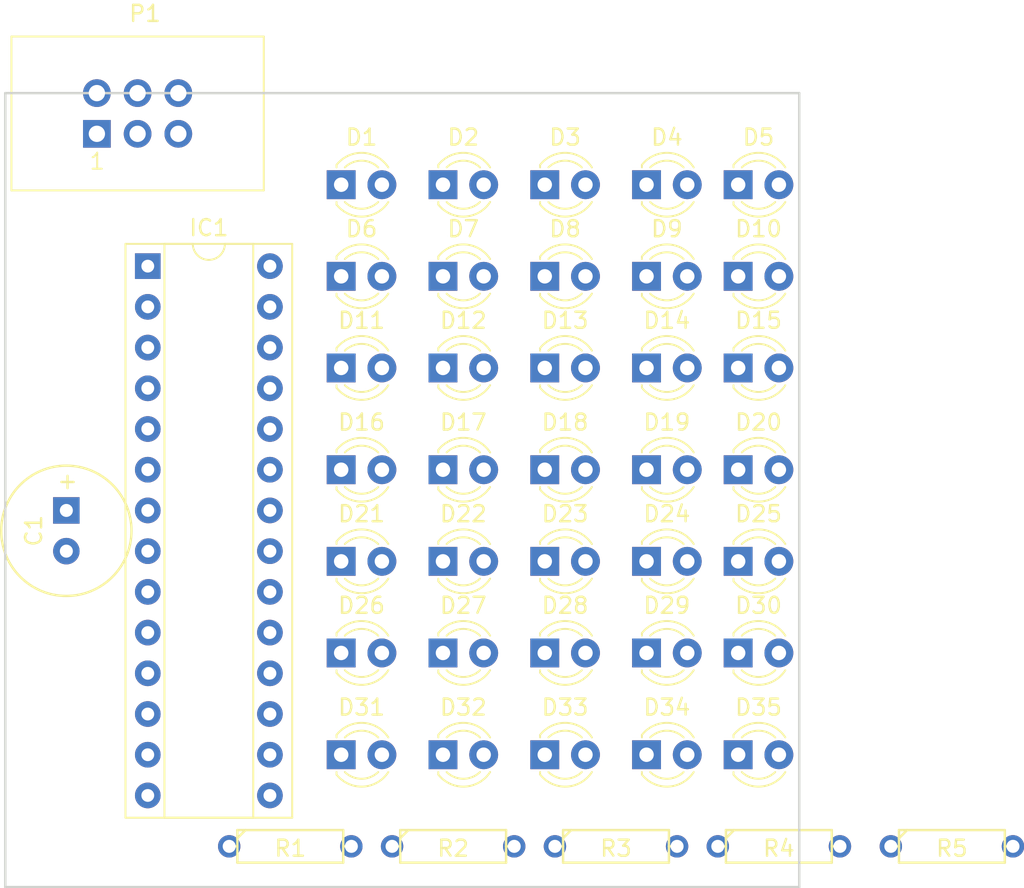
<source format=kicad_pcb>
(kicad_pcb (version 4) (host pcbnew 4.0.5)

  (general
    (links 83)
    (no_connects 83)
    (area 97.079999 51.359999 146.760001 101.040001)
    (thickness 1.6)
    (drawings 4)
    (tracks 0)
    (zones 0)
    (modules 43)
    (nets 34)
  )

  (page A4)
  (layers
    (0 F.Cu signal)
    (31 B.Cu signal)
    (32 B.Adhes user)
    (33 F.Adhes user)
    (34 B.Paste user)
    (35 F.Paste user)
    (36 B.SilkS user)
    (37 F.SilkS user)
    (38 B.Mask user)
    (39 F.Mask user)
    (40 Dwgs.User user)
    (41 Cmts.User user)
    (42 Eco1.User user)
    (43 Eco2.User user)
    (44 Edge.Cuts user)
    (45 Margin user)
    (46 B.CrtYd user)
    (47 F.CrtYd user)
    (48 B.Fab user)
    (49 F.Fab user)
  )

  (setup
    (last_trace_width 0.25)
    (trace_clearance 0.25)
    (zone_clearance 0.508)
    (zone_45_only no)
    (trace_min 0.25)
    (segment_width 0.2)
    (edge_width 0.15)
    (via_size 0.6)
    (via_drill 0.4)
    (via_min_size 0.4)
    (via_min_drill 0.3)
    (uvia_size 0.3)
    (uvia_drill 0.1)
    (uvias_allowed no)
    (uvia_min_size 0.2)
    (uvia_min_drill 0.1)
    (pcb_text_width 0.3)
    (pcb_text_size 1.5 1.5)
    (mod_edge_width 0.15)
    (mod_text_size 1 1)
    (mod_text_width 0.15)
    (pad_size 1.524 1.524)
    (pad_drill 0.762)
    (pad_to_mask_clearance 0.2)
    (aux_axis_origin 0 0)
    (visible_elements FFFFFF7F)
    (pcbplotparams
      (layerselection 0x00030_80000001)
      (usegerberextensions false)
      (excludeedgelayer true)
      (linewidth 0.100000)
      (plotframeref false)
      (viasonmask false)
      (mode 1)
      (useauxorigin false)
      (hpglpennumber 1)
      (hpglpenspeed 20)
      (hpglpendiameter 15)
      (hpglpenoverlay 2)
      (psnegative false)
      (psa4output false)
      (plotreference true)
      (plotvalue true)
      (plotinvisibletext false)
      (padsonsilk false)
      (subtractmaskfromsilk false)
      (outputformat 1)
      (mirror false)
      (drillshape 1)
      (scaleselection 1)
      (outputdirectory ""))
  )

  (net 0 "")
  (net 1 +5V)
  (net 2 GND)
  (net 3 col1)
  (net 4 "Net-(D1-Pad2)")
  (net 5 "Net-(D12-Pad2)")
  (net 6 "Net-(D13-Pad2)")
  (net 7 "Net-(D14-Pad2)")
  (net 8 "Net-(D10-Pad2)")
  (net 9 SCK)
  (net 10 MISO)
  (net 11 MOSI)
  (net 12 col5)
  (net 13 col6)
  (net 14 col7)
  (net 15 RST)
  (net 16 "Net-(IC1-Pad2)")
  (net 17 "Net-(IC1-Pad3)")
  (net 18 "Net-(IC1-Pad4)")
  (net 19 "Net-(IC1-Pad5)")
  (net 20 "Net-(IC1-Pad6)")
  (net 21 "Net-(IC1-Pad20)")
  (net 22 "Net-(IC1-Pad21)")
  (net 23 "Net-(IC1-Pad22)")
  (net 24 "Net-(IC1-Pad9)")
  (net 25 "Net-(IC1-Pad10)")
  (net 26 row5)
  (net 27 "Net-(IC1-Pad11)")
  (net 28 row4)
  (net 29 "Net-(IC1-Pad12)")
  (net 30 row3)
  (net 31 "Net-(IC1-Pad13)")
  (net 32 row2)
  (net 33 row1)

  (net_class Default "This is the default net class."
    (clearance 0.25)
    (trace_width 0.25)
    (via_dia 0.6)
    (via_drill 0.4)
    (uvia_dia 0.3)
    (uvia_drill 0.1)
    (add_net +5V)
    (add_net GND)
    (add_net MISO)
    (add_net MOSI)
    (add_net "Net-(D1-Pad2)")
    (add_net "Net-(D10-Pad2)")
    (add_net "Net-(D12-Pad2)")
    (add_net "Net-(D13-Pad2)")
    (add_net "Net-(D14-Pad2)")
    (add_net "Net-(IC1-Pad10)")
    (add_net "Net-(IC1-Pad11)")
    (add_net "Net-(IC1-Pad12)")
    (add_net "Net-(IC1-Pad13)")
    (add_net "Net-(IC1-Pad2)")
    (add_net "Net-(IC1-Pad20)")
    (add_net "Net-(IC1-Pad21)")
    (add_net "Net-(IC1-Pad22)")
    (add_net "Net-(IC1-Pad3)")
    (add_net "Net-(IC1-Pad4)")
    (add_net "Net-(IC1-Pad5)")
    (add_net "Net-(IC1-Pad6)")
    (add_net "Net-(IC1-Pad9)")
    (add_net RST)
    (add_net SCK)
    (add_net col1)
    (add_net col5)
    (add_net col6)
    (add_net col7)
    (add_net row1)
    (add_net row2)
    (add_net row3)
    (add_net row4)
    (add_net row5)
  )

  (module Discret:C1V8 (layer F.Cu) (tedit 0) (tstamp 58AED4B5)
    (at 100.965 78.74 270)
    (path /58A9FCD3)
    (fp_text reference C1 (at 0 2.032 270) (layer F.SilkS)
      (effects (font (size 1 1) (thickness 0.15)))
    )
    (fp_text value C_Small (at 0 -1.77546 270) (layer F.Fab)
      (effects (font (size 1 1) (thickness 0.15)))
    )
    (fp_text user + (at -3.04546 0 270) (layer F.SilkS)
      (effects (font (size 1 1) (thickness 0.15)))
    )
    (fp_circle (center 0 0) (end 4.064 0) (layer F.SilkS) (width 0.15))
    (pad 1 thru_hole rect (at -1.27 0 270) (size 1.651 1.651) (drill 0.8128) (layers *.Cu *.Mask)
      (net 1 +5V))
    (pad 2 thru_hole circle (at 1.27 0 270) (size 1.651 1.651) (drill 0.8128) (layers *.Cu *.Mask)
      (net 2 GND))
    (model Discret.3dshapes/C1V8.wrl
      (at (xyz 0 0 0))
      (scale (xyz 1 1 1))
      (rotate (xyz 0 0 0))
    )
  )

  (module LEDs:LED_D3.0mm (layer F.Cu) (tedit 587A3A7B) (tstamp 58AED4BB)
    (at 118.11 57.15)
    (descr "LED, diameter 3.0mm, 2 pins")
    (tags "LED diameter 3.0mm 2 pins")
    (path /58A45F54)
    (fp_text reference D1 (at 1.27 -2.96) (layer F.SilkS)
      (effects (font (size 1 1) (thickness 0.15)))
    )
    (fp_text value LED (at 1.27 2.96) (layer F.Fab)
      (effects (font (size 1 1) (thickness 0.15)))
    )
    (fp_arc (start 1.27 0) (end -0.23 -1.16619) (angle 284.3) (layer F.Fab) (width 0.1))
    (fp_arc (start 1.27 0) (end -0.29 -1.235516) (angle 108.8) (layer F.SilkS) (width 0.12))
    (fp_arc (start 1.27 0) (end -0.29 1.235516) (angle -108.8) (layer F.SilkS) (width 0.12))
    (fp_arc (start 1.27 0) (end 0.229039 -1.08) (angle 87.9) (layer F.SilkS) (width 0.12))
    (fp_arc (start 1.27 0) (end 0.229039 1.08) (angle -87.9) (layer F.SilkS) (width 0.12))
    (fp_circle (center 1.27 0) (end 2.77 0) (layer F.Fab) (width 0.1))
    (fp_line (start -0.23 -1.16619) (end -0.23 1.16619) (layer F.Fab) (width 0.1))
    (fp_line (start -0.29 -1.236) (end -0.29 -1.08) (layer F.SilkS) (width 0.12))
    (fp_line (start -0.29 1.08) (end -0.29 1.236) (layer F.SilkS) (width 0.12))
    (fp_line (start -1.15 -2.25) (end -1.15 2.25) (layer F.CrtYd) (width 0.05))
    (fp_line (start -1.15 2.25) (end 3.7 2.25) (layer F.CrtYd) (width 0.05))
    (fp_line (start 3.7 2.25) (end 3.7 -2.25) (layer F.CrtYd) (width 0.05))
    (fp_line (start 3.7 -2.25) (end -1.15 -2.25) (layer F.CrtYd) (width 0.05))
    (pad 1 thru_hole rect (at 0 0) (size 1.8 1.8) (drill 0.9) (layers *.Cu *.Mask)
      (net 3 col1))
    (pad 2 thru_hole circle (at 2.54 0) (size 1.8 1.8) (drill 0.9) (layers *.Cu *.Mask)
      (net 4 "Net-(D1-Pad2)"))
    (model LEDs.3dshapes/LED_D3.0mm.wrl
      (at (xyz 0 0 0))
      (scale (xyz 0.393701 0.393701 0.393701))
      (rotate (xyz 0 0 0))
    )
  )

  (module LEDs:LED_D3.0mm (layer F.Cu) (tedit 587A3A7B) (tstamp 58AED4C1)
    (at 124.46 57.15)
    (descr "LED, diameter 3.0mm, 2 pins")
    (tags "LED diameter 3.0mm 2 pins")
    (path /58A45F5A)
    (fp_text reference D2 (at 1.27 -2.96) (layer F.SilkS)
      (effects (font (size 1 1) (thickness 0.15)))
    )
    (fp_text value LED (at 1.27 2.96) (layer F.Fab)
      (effects (font (size 1 1) (thickness 0.15)))
    )
    (fp_arc (start 1.27 0) (end -0.23 -1.16619) (angle 284.3) (layer F.Fab) (width 0.1))
    (fp_arc (start 1.27 0) (end -0.29 -1.235516) (angle 108.8) (layer F.SilkS) (width 0.12))
    (fp_arc (start 1.27 0) (end -0.29 1.235516) (angle -108.8) (layer F.SilkS) (width 0.12))
    (fp_arc (start 1.27 0) (end 0.229039 -1.08) (angle 87.9) (layer F.SilkS) (width 0.12))
    (fp_arc (start 1.27 0) (end 0.229039 1.08) (angle -87.9) (layer F.SilkS) (width 0.12))
    (fp_circle (center 1.27 0) (end 2.77 0) (layer F.Fab) (width 0.1))
    (fp_line (start -0.23 -1.16619) (end -0.23 1.16619) (layer F.Fab) (width 0.1))
    (fp_line (start -0.29 -1.236) (end -0.29 -1.08) (layer F.SilkS) (width 0.12))
    (fp_line (start -0.29 1.08) (end -0.29 1.236) (layer F.SilkS) (width 0.12))
    (fp_line (start -1.15 -2.25) (end -1.15 2.25) (layer F.CrtYd) (width 0.05))
    (fp_line (start -1.15 2.25) (end 3.7 2.25) (layer F.CrtYd) (width 0.05))
    (fp_line (start 3.7 2.25) (end 3.7 -2.25) (layer F.CrtYd) (width 0.05))
    (fp_line (start 3.7 -2.25) (end -1.15 -2.25) (layer F.CrtYd) (width 0.05))
    (pad 1 thru_hole rect (at 0 0) (size 1.8 1.8) (drill 0.9) (layers *.Cu *.Mask)
      (net 3 col1))
    (pad 2 thru_hole circle (at 2.54 0) (size 1.8 1.8) (drill 0.9) (layers *.Cu *.Mask)
      (net 5 "Net-(D12-Pad2)"))
    (model LEDs.3dshapes/LED_D3.0mm.wrl
      (at (xyz 0 0 0))
      (scale (xyz 0.393701 0.393701 0.393701))
      (rotate (xyz 0 0 0))
    )
  )

  (module LEDs:LED_D3.0mm (layer F.Cu) (tedit 587A3A7B) (tstamp 58AED4C7)
    (at 130.81 57.15)
    (descr "LED, diameter 3.0mm, 2 pins")
    (tags "LED diameter 3.0mm 2 pins")
    (path /58A45F60)
    (fp_text reference D3 (at 1.27 -2.96) (layer F.SilkS)
      (effects (font (size 1 1) (thickness 0.15)))
    )
    (fp_text value LED (at 1.27 2.96) (layer F.Fab)
      (effects (font (size 1 1) (thickness 0.15)))
    )
    (fp_arc (start 1.27 0) (end -0.23 -1.16619) (angle 284.3) (layer F.Fab) (width 0.1))
    (fp_arc (start 1.27 0) (end -0.29 -1.235516) (angle 108.8) (layer F.SilkS) (width 0.12))
    (fp_arc (start 1.27 0) (end -0.29 1.235516) (angle -108.8) (layer F.SilkS) (width 0.12))
    (fp_arc (start 1.27 0) (end 0.229039 -1.08) (angle 87.9) (layer F.SilkS) (width 0.12))
    (fp_arc (start 1.27 0) (end 0.229039 1.08) (angle -87.9) (layer F.SilkS) (width 0.12))
    (fp_circle (center 1.27 0) (end 2.77 0) (layer F.Fab) (width 0.1))
    (fp_line (start -0.23 -1.16619) (end -0.23 1.16619) (layer F.Fab) (width 0.1))
    (fp_line (start -0.29 -1.236) (end -0.29 -1.08) (layer F.SilkS) (width 0.12))
    (fp_line (start -0.29 1.08) (end -0.29 1.236) (layer F.SilkS) (width 0.12))
    (fp_line (start -1.15 -2.25) (end -1.15 2.25) (layer F.CrtYd) (width 0.05))
    (fp_line (start -1.15 2.25) (end 3.7 2.25) (layer F.CrtYd) (width 0.05))
    (fp_line (start 3.7 2.25) (end 3.7 -2.25) (layer F.CrtYd) (width 0.05))
    (fp_line (start 3.7 -2.25) (end -1.15 -2.25) (layer F.CrtYd) (width 0.05))
    (pad 1 thru_hole rect (at 0 0) (size 1.8 1.8) (drill 0.9) (layers *.Cu *.Mask)
      (net 3 col1))
    (pad 2 thru_hole circle (at 2.54 0) (size 1.8 1.8) (drill 0.9) (layers *.Cu *.Mask)
      (net 6 "Net-(D13-Pad2)"))
    (model LEDs.3dshapes/LED_D3.0mm.wrl
      (at (xyz 0 0 0))
      (scale (xyz 0.393701 0.393701 0.393701))
      (rotate (xyz 0 0 0))
    )
  )

  (module LEDs:LED_D3.0mm (layer F.Cu) (tedit 587A3A7B) (tstamp 58AED4CD)
    (at 137.16 57.15)
    (descr "LED, diameter 3.0mm, 2 pins")
    (tags "LED diameter 3.0mm 2 pins")
    (path /58A45F66)
    (fp_text reference D4 (at 1.27 -2.96) (layer F.SilkS)
      (effects (font (size 1 1) (thickness 0.15)))
    )
    (fp_text value LED (at 1.27 2.96) (layer F.Fab)
      (effects (font (size 1 1) (thickness 0.15)))
    )
    (fp_arc (start 1.27 0) (end -0.23 -1.16619) (angle 284.3) (layer F.Fab) (width 0.1))
    (fp_arc (start 1.27 0) (end -0.29 -1.235516) (angle 108.8) (layer F.SilkS) (width 0.12))
    (fp_arc (start 1.27 0) (end -0.29 1.235516) (angle -108.8) (layer F.SilkS) (width 0.12))
    (fp_arc (start 1.27 0) (end 0.229039 -1.08) (angle 87.9) (layer F.SilkS) (width 0.12))
    (fp_arc (start 1.27 0) (end 0.229039 1.08) (angle -87.9) (layer F.SilkS) (width 0.12))
    (fp_circle (center 1.27 0) (end 2.77 0) (layer F.Fab) (width 0.1))
    (fp_line (start -0.23 -1.16619) (end -0.23 1.16619) (layer F.Fab) (width 0.1))
    (fp_line (start -0.29 -1.236) (end -0.29 -1.08) (layer F.SilkS) (width 0.12))
    (fp_line (start -0.29 1.08) (end -0.29 1.236) (layer F.SilkS) (width 0.12))
    (fp_line (start -1.15 -2.25) (end -1.15 2.25) (layer F.CrtYd) (width 0.05))
    (fp_line (start -1.15 2.25) (end 3.7 2.25) (layer F.CrtYd) (width 0.05))
    (fp_line (start 3.7 2.25) (end 3.7 -2.25) (layer F.CrtYd) (width 0.05))
    (fp_line (start 3.7 -2.25) (end -1.15 -2.25) (layer F.CrtYd) (width 0.05))
    (pad 1 thru_hole rect (at 0 0) (size 1.8 1.8) (drill 0.9) (layers *.Cu *.Mask)
      (net 3 col1))
    (pad 2 thru_hole circle (at 2.54 0) (size 1.8 1.8) (drill 0.9) (layers *.Cu *.Mask)
      (net 7 "Net-(D14-Pad2)"))
    (model LEDs.3dshapes/LED_D3.0mm.wrl
      (at (xyz 0 0 0))
      (scale (xyz 0.393701 0.393701 0.393701))
      (rotate (xyz 0 0 0))
    )
  )

  (module LEDs:LED_D3.0mm (layer F.Cu) (tedit 587A3A7B) (tstamp 58AED4D3)
    (at 142.875 57.15)
    (descr "LED, diameter 3.0mm, 2 pins")
    (tags "LED diameter 3.0mm 2 pins")
    (path /58A45F97)
    (fp_text reference D5 (at 1.27 -2.96) (layer F.SilkS)
      (effects (font (size 1 1) (thickness 0.15)))
    )
    (fp_text value LED (at 1.27 2.96) (layer F.Fab)
      (effects (font (size 1 1) (thickness 0.15)))
    )
    (fp_arc (start 1.27 0) (end -0.23 -1.16619) (angle 284.3) (layer F.Fab) (width 0.1))
    (fp_arc (start 1.27 0) (end -0.29 -1.235516) (angle 108.8) (layer F.SilkS) (width 0.12))
    (fp_arc (start 1.27 0) (end -0.29 1.235516) (angle -108.8) (layer F.SilkS) (width 0.12))
    (fp_arc (start 1.27 0) (end 0.229039 -1.08) (angle 87.9) (layer F.SilkS) (width 0.12))
    (fp_arc (start 1.27 0) (end 0.229039 1.08) (angle -87.9) (layer F.SilkS) (width 0.12))
    (fp_circle (center 1.27 0) (end 2.77 0) (layer F.Fab) (width 0.1))
    (fp_line (start -0.23 -1.16619) (end -0.23 1.16619) (layer F.Fab) (width 0.1))
    (fp_line (start -0.29 -1.236) (end -0.29 -1.08) (layer F.SilkS) (width 0.12))
    (fp_line (start -0.29 1.08) (end -0.29 1.236) (layer F.SilkS) (width 0.12))
    (fp_line (start -1.15 -2.25) (end -1.15 2.25) (layer F.CrtYd) (width 0.05))
    (fp_line (start -1.15 2.25) (end 3.7 2.25) (layer F.CrtYd) (width 0.05))
    (fp_line (start 3.7 2.25) (end 3.7 -2.25) (layer F.CrtYd) (width 0.05))
    (fp_line (start 3.7 -2.25) (end -1.15 -2.25) (layer F.CrtYd) (width 0.05))
    (pad 1 thru_hole rect (at 0 0) (size 1.8 1.8) (drill 0.9) (layers *.Cu *.Mask)
      (net 3 col1))
    (pad 2 thru_hole circle (at 2.54 0) (size 1.8 1.8) (drill 0.9) (layers *.Cu *.Mask)
      (net 8 "Net-(D10-Pad2)"))
    (model LEDs.3dshapes/LED_D3.0mm.wrl
      (at (xyz 0 0 0))
      (scale (xyz 0.393701 0.393701 0.393701))
      (rotate (xyz 0 0 0))
    )
  )

  (module LEDs:LED_D3.0mm (layer F.Cu) (tedit 587A3A7B) (tstamp 58AED4D9)
    (at 118.11 62.865)
    (descr "LED, diameter 3.0mm, 2 pins")
    (tags "LED diameter 3.0mm 2 pins")
    (path /58A45F6C)
    (fp_text reference D6 (at 1.27 -2.96) (layer F.SilkS)
      (effects (font (size 1 1) (thickness 0.15)))
    )
    (fp_text value LED (at 1.27 2.96) (layer F.Fab)
      (effects (font (size 1 1) (thickness 0.15)))
    )
    (fp_arc (start 1.27 0) (end -0.23 -1.16619) (angle 284.3) (layer F.Fab) (width 0.1))
    (fp_arc (start 1.27 0) (end -0.29 -1.235516) (angle 108.8) (layer F.SilkS) (width 0.12))
    (fp_arc (start 1.27 0) (end -0.29 1.235516) (angle -108.8) (layer F.SilkS) (width 0.12))
    (fp_arc (start 1.27 0) (end 0.229039 -1.08) (angle 87.9) (layer F.SilkS) (width 0.12))
    (fp_arc (start 1.27 0) (end 0.229039 1.08) (angle -87.9) (layer F.SilkS) (width 0.12))
    (fp_circle (center 1.27 0) (end 2.77 0) (layer F.Fab) (width 0.1))
    (fp_line (start -0.23 -1.16619) (end -0.23 1.16619) (layer F.Fab) (width 0.1))
    (fp_line (start -0.29 -1.236) (end -0.29 -1.08) (layer F.SilkS) (width 0.12))
    (fp_line (start -0.29 1.08) (end -0.29 1.236) (layer F.SilkS) (width 0.12))
    (fp_line (start -1.15 -2.25) (end -1.15 2.25) (layer F.CrtYd) (width 0.05))
    (fp_line (start -1.15 2.25) (end 3.7 2.25) (layer F.CrtYd) (width 0.05))
    (fp_line (start 3.7 2.25) (end 3.7 -2.25) (layer F.CrtYd) (width 0.05))
    (fp_line (start 3.7 -2.25) (end -1.15 -2.25) (layer F.CrtYd) (width 0.05))
    (pad 1 thru_hole rect (at 0 0) (size 1.8 1.8) (drill 0.9) (layers *.Cu *.Mask)
      (net 9 SCK))
    (pad 2 thru_hole circle (at 2.54 0) (size 1.8 1.8) (drill 0.9) (layers *.Cu *.Mask)
      (net 4 "Net-(D1-Pad2)"))
    (model LEDs.3dshapes/LED_D3.0mm.wrl
      (at (xyz 0 0 0))
      (scale (xyz 0.393701 0.393701 0.393701))
      (rotate (xyz 0 0 0))
    )
  )

  (module LEDs:LED_D3.0mm (layer F.Cu) (tedit 587A3A7B) (tstamp 58AED4DF)
    (at 124.46 62.865)
    (descr "LED, diameter 3.0mm, 2 pins")
    (tags "LED diameter 3.0mm 2 pins")
    (path /58A45F72)
    (fp_text reference D7 (at 1.27 -2.96) (layer F.SilkS)
      (effects (font (size 1 1) (thickness 0.15)))
    )
    (fp_text value LED (at 1.27 2.96) (layer F.Fab)
      (effects (font (size 1 1) (thickness 0.15)))
    )
    (fp_arc (start 1.27 0) (end -0.23 -1.16619) (angle 284.3) (layer F.Fab) (width 0.1))
    (fp_arc (start 1.27 0) (end -0.29 -1.235516) (angle 108.8) (layer F.SilkS) (width 0.12))
    (fp_arc (start 1.27 0) (end -0.29 1.235516) (angle -108.8) (layer F.SilkS) (width 0.12))
    (fp_arc (start 1.27 0) (end 0.229039 -1.08) (angle 87.9) (layer F.SilkS) (width 0.12))
    (fp_arc (start 1.27 0) (end 0.229039 1.08) (angle -87.9) (layer F.SilkS) (width 0.12))
    (fp_circle (center 1.27 0) (end 2.77 0) (layer F.Fab) (width 0.1))
    (fp_line (start -0.23 -1.16619) (end -0.23 1.16619) (layer F.Fab) (width 0.1))
    (fp_line (start -0.29 -1.236) (end -0.29 -1.08) (layer F.SilkS) (width 0.12))
    (fp_line (start -0.29 1.08) (end -0.29 1.236) (layer F.SilkS) (width 0.12))
    (fp_line (start -1.15 -2.25) (end -1.15 2.25) (layer F.CrtYd) (width 0.05))
    (fp_line (start -1.15 2.25) (end 3.7 2.25) (layer F.CrtYd) (width 0.05))
    (fp_line (start 3.7 2.25) (end 3.7 -2.25) (layer F.CrtYd) (width 0.05))
    (fp_line (start 3.7 -2.25) (end -1.15 -2.25) (layer F.CrtYd) (width 0.05))
    (pad 1 thru_hole rect (at 0 0) (size 1.8 1.8) (drill 0.9) (layers *.Cu *.Mask)
      (net 9 SCK))
    (pad 2 thru_hole circle (at 2.54 0) (size 1.8 1.8) (drill 0.9) (layers *.Cu *.Mask)
      (net 5 "Net-(D12-Pad2)"))
    (model LEDs.3dshapes/LED_D3.0mm.wrl
      (at (xyz 0 0 0))
      (scale (xyz 0.393701 0.393701 0.393701))
      (rotate (xyz 0 0 0))
    )
  )

  (module LEDs:LED_D3.0mm (layer F.Cu) (tedit 587A3A7B) (tstamp 58AED4E5)
    (at 130.81 62.865)
    (descr "LED, diameter 3.0mm, 2 pins")
    (tags "LED diameter 3.0mm 2 pins")
    (path /58A45F78)
    (fp_text reference D8 (at 1.27 -2.96) (layer F.SilkS)
      (effects (font (size 1 1) (thickness 0.15)))
    )
    (fp_text value LED (at 1.27 2.96) (layer F.Fab)
      (effects (font (size 1 1) (thickness 0.15)))
    )
    (fp_arc (start 1.27 0) (end -0.23 -1.16619) (angle 284.3) (layer F.Fab) (width 0.1))
    (fp_arc (start 1.27 0) (end -0.29 -1.235516) (angle 108.8) (layer F.SilkS) (width 0.12))
    (fp_arc (start 1.27 0) (end -0.29 1.235516) (angle -108.8) (layer F.SilkS) (width 0.12))
    (fp_arc (start 1.27 0) (end 0.229039 -1.08) (angle 87.9) (layer F.SilkS) (width 0.12))
    (fp_arc (start 1.27 0) (end 0.229039 1.08) (angle -87.9) (layer F.SilkS) (width 0.12))
    (fp_circle (center 1.27 0) (end 2.77 0) (layer F.Fab) (width 0.1))
    (fp_line (start -0.23 -1.16619) (end -0.23 1.16619) (layer F.Fab) (width 0.1))
    (fp_line (start -0.29 -1.236) (end -0.29 -1.08) (layer F.SilkS) (width 0.12))
    (fp_line (start -0.29 1.08) (end -0.29 1.236) (layer F.SilkS) (width 0.12))
    (fp_line (start -1.15 -2.25) (end -1.15 2.25) (layer F.CrtYd) (width 0.05))
    (fp_line (start -1.15 2.25) (end 3.7 2.25) (layer F.CrtYd) (width 0.05))
    (fp_line (start 3.7 2.25) (end 3.7 -2.25) (layer F.CrtYd) (width 0.05))
    (fp_line (start 3.7 -2.25) (end -1.15 -2.25) (layer F.CrtYd) (width 0.05))
    (pad 1 thru_hole rect (at 0 0) (size 1.8 1.8) (drill 0.9) (layers *.Cu *.Mask)
      (net 9 SCK))
    (pad 2 thru_hole circle (at 2.54 0) (size 1.8 1.8) (drill 0.9) (layers *.Cu *.Mask)
      (net 6 "Net-(D13-Pad2)"))
    (model LEDs.3dshapes/LED_D3.0mm.wrl
      (at (xyz 0 0 0))
      (scale (xyz 0.393701 0.393701 0.393701))
      (rotate (xyz 0 0 0))
    )
  )

  (module LEDs:LED_D3.0mm (layer F.Cu) (tedit 587A3A7B) (tstamp 58AED4EB)
    (at 137.16 62.865)
    (descr "LED, diameter 3.0mm, 2 pins")
    (tags "LED diameter 3.0mm 2 pins")
    (path /58A45F7E)
    (fp_text reference D9 (at 1.27 -2.96) (layer F.SilkS)
      (effects (font (size 1 1) (thickness 0.15)))
    )
    (fp_text value LED (at 1.27 2.96) (layer F.Fab)
      (effects (font (size 1 1) (thickness 0.15)))
    )
    (fp_arc (start 1.27 0) (end -0.23 -1.16619) (angle 284.3) (layer F.Fab) (width 0.1))
    (fp_arc (start 1.27 0) (end -0.29 -1.235516) (angle 108.8) (layer F.SilkS) (width 0.12))
    (fp_arc (start 1.27 0) (end -0.29 1.235516) (angle -108.8) (layer F.SilkS) (width 0.12))
    (fp_arc (start 1.27 0) (end 0.229039 -1.08) (angle 87.9) (layer F.SilkS) (width 0.12))
    (fp_arc (start 1.27 0) (end 0.229039 1.08) (angle -87.9) (layer F.SilkS) (width 0.12))
    (fp_circle (center 1.27 0) (end 2.77 0) (layer F.Fab) (width 0.1))
    (fp_line (start -0.23 -1.16619) (end -0.23 1.16619) (layer F.Fab) (width 0.1))
    (fp_line (start -0.29 -1.236) (end -0.29 -1.08) (layer F.SilkS) (width 0.12))
    (fp_line (start -0.29 1.08) (end -0.29 1.236) (layer F.SilkS) (width 0.12))
    (fp_line (start -1.15 -2.25) (end -1.15 2.25) (layer F.CrtYd) (width 0.05))
    (fp_line (start -1.15 2.25) (end 3.7 2.25) (layer F.CrtYd) (width 0.05))
    (fp_line (start 3.7 2.25) (end 3.7 -2.25) (layer F.CrtYd) (width 0.05))
    (fp_line (start 3.7 -2.25) (end -1.15 -2.25) (layer F.CrtYd) (width 0.05))
    (pad 1 thru_hole rect (at 0 0) (size 1.8 1.8) (drill 0.9) (layers *.Cu *.Mask)
      (net 9 SCK))
    (pad 2 thru_hole circle (at 2.54 0) (size 1.8 1.8) (drill 0.9) (layers *.Cu *.Mask)
      (net 7 "Net-(D14-Pad2)"))
    (model LEDs.3dshapes/LED_D3.0mm.wrl
      (at (xyz 0 0 0))
      (scale (xyz 0.393701 0.393701 0.393701))
      (rotate (xyz 0 0 0))
    )
  )

  (module LEDs:LED_D3.0mm (layer F.Cu) (tedit 587A3A7B) (tstamp 58AED4F1)
    (at 142.875 62.865)
    (descr "LED, diameter 3.0mm, 2 pins")
    (tags "LED diameter 3.0mm 2 pins")
    (path /58A45F9D)
    (fp_text reference D10 (at 1.27 -2.96) (layer F.SilkS)
      (effects (font (size 1 1) (thickness 0.15)))
    )
    (fp_text value LED (at 1.27 2.96) (layer F.Fab)
      (effects (font (size 1 1) (thickness 0.15)))
    )
    (fp_arc (start 1.27 0) (end -0.23 -1.16619) (angle 284.3) (layer F.Fab) (width 0.1))
    (fp_arc (start 1.27 0) (end -0.29 -1.235516) (angle 108.8) (layer F.SilkS) (width 0.12))
    (fp_arc (start 1.27 0) (end -0.29 1.235516) (angle -108.8) (layer F.SilkS) (width 0.12))
    (fp_arc (start 1.27 0) (end 0.229039 -1.08) (angle 87.9) (layer F.SilkS) (width 0.12))
    (fp_arc (start 1.27 0) (end 0.229039 1.08) (angle -87.9) (layer F.SilkS) (width 0.12))
    (fp_circle (center 1.27 0) (end 2.77 0) (layer F.Fab) (width 0.1))
    (fp_line (start -0.23 -1.16619) (end -0.23 1.16619) (layer F.Fab) (width 0.1))
    (fp_line (start -0.29 -1.236) (end -0.29 -1.08) (layer F.SilkS) (width 0.12))
    (fp_line (start -0.29 1.08) (end -0.29 1.236) (layer F.SilkS) (width 0.12))
    (fp_line (start -1.15 -2.25) (end -1.15 2.25) (layer F.CrtYd) (width 0.05))
    (fp_line (start -1.15 2.25) (end 3.7 2.25) (layer F.CrtYd) (width 0.05))
    (fp_line (start 3.7 2.25) (end 3.7 -2.25) (layer F.CrtYd) (width 0.05))
    (fp_line (start 3.7 -2.25) (end -1.15 -2.25) (layer F.CrtYd) (width 0.05))
    (pad 1 thru_hole rect (at 0 0) (size 1.8 1.8) (drill 0.9) (layers *.Cu *.Mask)
      (net 9 SCK))
    (pad 2 thru_hole circle (at 2.54 0) (size 1.8 1.8) (drill 0.9) (layers *.Cu *.Mask)
      (net 8 "Net-(D10-Pad2)"))
    (model LEDs.3dshapes/LED_D3.0mm.wrl
      (at (xyz 0 0 0))
      (scale (xyz 0.393701 0.393701 0.393701))
      (rotate (xyz 0 0 0))
    )
  )

  (module LEDs:LED_D3.0mm (layer F.Cu) (tedit 587A3A7B) (tstamp 58AED4F7)
    (at 118.11 68.58)
    (descr "LED, diameter 3.0mm, 2 pins")
    (tags "LED diameter 3.0mm 2 pins")
    (path /58A45EF5)
    (fp_text reference D11 (at 1.27 -2.96) (layer F.SilkS)
      (effects (font (size 1 1) (thickness 0.15)))
    )
    (fp_text value LED (at 1.27 2.96) (layer F.Fab)
      (effects (font (size 1 1) (thickness 0.15)))
    )
    (fp_arc (start 1.27 0) (end -0.23 -1.16619) (angle 284.3) (layer F.Fab) (width 0.1))
    (fp_arc (start 1.27 0) (end -0.29 -1.235516) (angle 108.8) (layer F.SilkS) (width 0.12))
    (fp_arc (start 1.27 0) (end -0.29 1.235516) (angle -108.8) (layer F.SilkS) (width 0.12))
    (fp_arc (start 1.27 0) (end 0.229039 -1.08) (angle 87.9) (layer F.SilkS) (width 0.12))
    (fp_arc (start 1.27 0) (end 0.229039 1.08) (angle -87.9) (layer F.SilkS) (width 0.12))
    (fp_circle (center 1.27 0) (end 2.77 0) (layer F.Fab) (width 0.1))
    (fp_line (start -0.23 -1.16619) (end -0.23 1.16619) (layer F.Fab) (width 0.1))
    (fp_line (start -0.29 -1.236) (end -0.29 -1.08) (layer F.SilkS) (width 0.12))
    (fp_line (start -0.29 1.08) (end -0.29 1.236) (layer F.SilkS) (width 0.12))
    (fp_line (start -1.15 -2.25) (end -1.15 2.25) (layer F.CrtYd) (width 0.05))
    (fp_line (start -1.15 2.25) (end 3.7 2.25) (layer F.CrtYd) (width 0.05))
    (fp_line (start 3.7 2.25) (end 3.7 -2.25) (layer F.CrtYd) (width 0.05))
    (fp_line (start 3.7 -2.25) (end -1.15 -2.25) (layer F.CrtYd) (width 0.05))
    (pad 1 thru_hole rect (at 0 0) (size 1.8 1.8) (drill 0.9) (layers *.Cu *.Mask)
      (net 10 MISO))
    (pad 2 thru_hole circle (at 2.54 0) (size 1.8 1.8) (drill 0.9) (layers *.Cu *.Mask)
      (net 4 "Net-(D1-Pad2)"))
    (model LEDs.3dshapes/LED_D3.0mm.wrl
      (at (xyz 0 0 0))
      (scale (xyz 0.393701 0.393701 0.393701))
      (rotate (xyz 0 0 0))
    )
  )

  (module LEDs:LED_D3.0mm (layer F.Cu) (tedit 587A3A7B) (tstamp 58AED4FD)
    (at 124.46 68.58)
    (descr "LED, diameter 3.0mm, 2 pins")
    (tags "LED diameter 3.0mm 2 pins")
    (path /58A45EFB)
    (fp_text reference D12 (at 1.27 -2.96) (layer F.SilkS)
      (effects (font (size 1 1) (thickness 0.15)))
    )
    (fp_text value LED (at 1.27 2.96) (layer F.Fab)
      (effects (font (size 1 1) (thickness 0.15)))
    )
    (fp_arc (start 1.27 0) (end -0.23 -1.16619) (angle 284.3) (layer F.Fab) (width 0.1))
    (fp_arc (start 1.27 0) (end -0.29 -1.235516) (angle 108.8) (layer F.SilkS) (width 0.12))
    (fp_arc (start 1.27 0) (end -0.29 1.235516) (angle -108.8) (layer F.SilkS) (width 0.12))
    (fp_arc (start 1.27 0) (end 0.229039 -1.08) (angle 87.9) (layer F.SilkS) (width 0.12))
    (fp_arc (start 1.27 0) (end 0.229039 1.08) (angle -87.9) (layer F.SilkS) (width 0.12))
    (fp_circle (center 1.27 0) (end 2.77 0) (layer F.Fab) (width 0.1))
    (fp_line (start -0.23 -1.16619) (end -0.23 1.16619) (layer F.Fab) (width 0.1))
    (fp_line (start -0.29 -1.236) (end -0.29 -1.08) (layer F.SilkS) (width 0.12))
    (fp_line (start -0.29 1.08) (end -0.29 1.236) (layer F.SilkS) (width 0.12))
    (fp_line (start -1.15 -2.25) (end -1.15 2.25) (layer F.CrtYd) (width 0.05))
    (fp_line (start -1.15 2.25) (end 3.7 2.25) (layer F.CrtYd) (width 0.05))
    (fp_line (start 3.7 2.25) (end 3.7 -2.25) (layer F.CrtYd) (width 0.05))
    (fp_line (start 3.7 -2.25) (end -1.15 -2.25) (layer F.CrtYd) (width 0.05))
    (pad 1 thru_hole rect (at 0 0) (size 1.8 1.8) (drill 0.9) (layers *.Cu *.Mask)
      (net 10 MISO))
    (pad 2 thru_hole circle (at 2.54 0) (size 1.8 1.8) (drill 0.9) (layers *.Cu *.Mask)
      (net 5 "Net-(D12-Pad2)"))
    (model LEDs.3dshapes/LED_D3.0mm.wrl
      (at (xyz 0 0 0))
      (scale (xyz 0.393701 0.393701 0.393701))
      (rotate (xyz 0 0 0))
    )
  )

  (module LEDs:LED_D3.0mm (layer F.Cu) (tedit 587A3A7B) (tstamp 58AED503)
    (at 130.81 68.58)
    (descr "LED, diameter 3.0mm, 2 pins")
    (tags "LED diameter 3.0mm 2 pins")
    (path /58A45F01)
    (fp_text reference D13 (at 1.27 -2.96) (layer F.SilkS)
      (effects (font (size 1 1) (thickness 0.15)))
    )
    (fp_text value LED (at 1.27 2.96) (layer F.Fab)
      (effects (font (size 1 1) (thickness 0.15)))
    )
    (fp_arc (start 1.27 0) (end -0.23 -1.16619) (angle 284.3) (layer F.Fab) (width 0.1))
    (fp_arc (start 1.27 0) (end -0.29 -1.235516) (angle 108.8) (layer F.SilkS) (width 0.12))
    (fp_arc (start 1.27 0) (end -0.29 1.235516) (angle -108.8) (layer F.SilkS) (width 0.12))
    (fp_arc (start 1.27 0) (end 0.229039 -1.08) (angle 87.9) (layer F.SilkS) (width 0.12))
    (fp_arc (start 1.27 0) (end 0.229039 1.08) (angle -87.9) (layer F.SilkS) (width 0.12))
    (fp_circle (center 1.27 0) (end 2.77 0) (layer F.Fab) (width 0.1))
    (fp_line (start -0.23 -1.16619) (end -0.23 1.16619) (layer F.Fab) (width 0.1))
    (fp_line (start -0.29 -1.236) (end -0.29 -1.08) (layer F.SilkS) (width 0.12))
    (fp_line (start -0.29 1.08) (end -0.29 1.236) (layer F.SilkS) (width 0.12))
    (fp_line (start -1.15 -2.25) (end -1.15 2.25) (layer F.CrtYd) (width 0.05))
    (fp_line (start -1.15 2.25) (end 3.7 2.25) (layer F.CrtYd) (width 0.05))
    (fp_line (start 3.7 2.25) (end 3.7 -2.25) (layer F.CrtYd) (width 0.05))
    (fp_line (start 3.7 -2.25) (end -1.15 -2.25) (layer F.CrtYd) (width 0.05))
    (pad 1 thru_hole rect (at 0 0) (size 1.8 1.8) (drill 0.9) (layers *.Cu *.Mask)
      (net 10 MISO))
    (pad 2 thru_hole circle (at 2.54 0) (size 1.8 1.8) (drill 0.9) (layers *.Cu *.Mask)
      (net 6 "Net-(D13-Pad2)"))
    (model LEDs.3dshapes/LED_D3.0mm.wrl
      (at (xyz 0 0 0))
      (scale (xyz 0.393701 0.393701 0.393701))
      (rotate (xyz 0 0 0))
    )
  )

  (module LEDs:LED_D3.0mm (layer F.Cu) (tedit 587A3A7B) (tstamp 58AED509)
    (at 137.16 68.58)
    (descr "LED, diameter 3.0mm, 2 pins")
    (tags "LED diameter 3.0mm 2 pins")
    (path /58A45F07)
    (fp_text reference D14 (at 1.27 -2.96) (layer F.SilkS)
      (effects (font (size 1 1) (thickness 0.15)))
    )
    (fp_text value LED (at 1.27 2.96) (layer F.Fab)
      (effects (font (size 1 1) (thickness 0.15)))
    )
    (fp_arc (start 1.27 0) (end -0.23 -1.16619) (angle 284.3) (layer F.Fab) (width 0.1))
    (fp_arc (start 1.27 0) (end -0.29 -1.235516) (angle 108.8) (layer F.SilkS) (width 0.12))
    (fp_arc (start 1.27 0) (end -0.29 1.235516) (angle -108.8) (layer F.SilkS) (width 0.12))
    (fp_arc (start 1.27 0) (end 0.229039 -1.08) (angle 87.9) (layer F.SilkS) (width 0.12))
    (fp_arc (start 1.27 0) (end 0.229039 1.08) (angle -87.9) (layer F.SilkS) (width 0.12))
    (fp_circle (center 1.27 0) (end 2.77 0) (layer F.Fab) (width 0.1))
    (fp_line (start -0.23 -1.16619) (end -0.23 1.16619) (layer F.Fab) (width 0.1))
    (fp_line (start -0.29 -1.236) (end -0.29 -1.08) (layer F.SilkS) (width 0.12))
    (fp_line (start -0.29 1.08) (end -0.29 1.236) (layer F.SilkS) (width 0.12))
    (fp_line (start -1.15 -2.25) (end -1.15 2.25) (layer F.CrtYd) (width 0.05))
    (fp_line (start -1.15 2.25) (end 3.7 2.25) (layer F.CrtYd) (width 0.05))
    (fp_line (start 3.7 2.25) (end 3.7 -2.25) (layer F.CrtYd) (width 0.05))
    (fp_line (start 3.7 -2.25) (end -1.15 -2.25) (layer F.CrtYd) (width 0.05))
    (pad 1 thru_hole rect (at 0 0) (size 1.8 1.8) (drill 0.9) (layers *.Cu *.Mask)
      (net 10 MISO))
    (pad 2 thru_hole circle (at 2.54 0) (size 1.8 1.8) (drill 0.9) (layers *.Cu *.Mask)
      (net 7 "Net-(D14-Pad2)"))
    (model LEDs.3dshapes/LED_D3.0mm.wrl
      (at (xyz 0 0 0))
      (scale (xyz 0.393701 0.393701 0.393701))
      (rotate (xyz 0 0 0))
    )
  )

  (module LEDs:LED_D3.0mm (layer F.Cu) (tedit 587A3A7B) (tstamp 58AED50F)
    (at 142.875 68.58)
    (descr "LED, diameter 3.0mm, 2 pins")
    (tags "LED diameter 3.0mm 2 pins")
    (path /58A45F3C)
    (fp_text reference D15 (at 1.27 -2.96) (layer F.SilkS)
      (effects (font (size 1 1) (thickness 0.15)))
    )
    (fp_text value LED (at 1.27 2.96) (layer F.Fab)
      (effects (font (size 1 1) (thickness 0.15)))
    )
    (fp_arc (start 1.27 0) (end -0.23 -1.16619) (angle 284.3) (layer F.Fab) (width 0.1))
    (fp_arc (start 1.27 0) (end -0.29 -1.235516) (angle 108.8) (layer F.SilkS) (width 0.12))
    (fp_arc (start 1.27 0) (end -0.29 1.235516) (angle -108.8) (layer F.SilkS) (width 0.12))
    (fp_arc (start 1.27 0) (end 0.229039 -1.08) (angle 87.9) (layer F.SilkS) (width 0.12))
    (fp_arc (start 1.27 0) (end 0.229039 1.08) (angle -87.9) (layer F.SilkS) (width 0.12))
    (fp_circle (center 1.27 0) (end 2.77 0) (layer F.Fab) (width 0.1))
    (fp_line (start -0.23 -1.16619) (end -0.23 1.16619) (layer F.Fab) (width 0.1))
    (fp_line (start -0.29 -1.236) (end -0.29 -1.08) (layer F.SilkS) (width 0.12))
    (fp_line (start -0.29 1.08) (end -0.29 1.236) (layer F.SilkS) (width 0.12))
    (fp_line (start -1.15 -2.25) (end -1.15 2.25) (layer F.CrtYd) (width 0.05))
    (fp_line (start -1.15 2.25) (end 3.7 2.25) (layer F.CrtYd) (width 0.05))
    (fp_line (start 3.7 2.25) (end 3.7 -2.25) (layer F.CrtYd) (width 0.05))
    (fp_line (start 3.7 -2.25) (end -1.15 -2.25) (layer F.CrtYd) (width 0.05))
    (pad 1 thru_hole rect (at 0 0) (size 1.8 1.8) (drill 0.9) (layers *.Cu *.Mask)
      (net 10 MISO))
    (pad 2 thru_hole circle (at 2.54 0) (size 1.8 1.8) (drill 0.9) (layers *.Cu *.Mask)
      (net 8 "Net-(D10-Pad2)"))
    (model LEDs.3dshapes/LED_D3.0mm.wrl
      (at (xyz 0 0 0))
      (scale (xyz 0.393701 0.393701 0.393701))
      (rotate (xyz 0 0 0))
    )
  )

  (module LEDs:LED_D3.0mm (layer F.Cu) (tedit 587A3A7B) (tstamp 58AED515)
    (at 118.11 74.93)
    (descr "LED, diameter 3.0mm, 2 pins")
    (tags "LED diameter 3.0mm 2 pins")
    (path /58A45F0D)
    (fp_text reference D16 (at 1.27 -2.96) (layer F.SilkS)
      (effects (font (size 1 1) (thickness 0.15)))
    )
    (fp_text value LED (at 1.27 2.96) (layer F.Fab)
      (effects (font (size 1 1) (thickness 0.15)))
    )
    (fp_arc (start 1.27 0) (end -0.23 -1.16619) (angle 284.3) (layer F.Fab) (width 0.1))
    (fp_arc (start 1.27 0) (end -0.29 -1.235516) (angle 108.8) (layer F.SilkS) (width 0.12))
    (fp_arc (start 1.27 0) (end -0.29 1.235516) (angle -108.8) (layer F.SilkS) (width 0.12))
    (fp_arc (start 1.27 0) (end 0.229039 -1.08) (angle 87.9) (layer F.SilkS) (width 0.12))
    (fp_arc (start 1.27 0) (end 0.229039 1.08) (angle -87.9) (layer F.SilkS) (width 0.12))
    (fp_circle (center 1.27 0) (end 2.77 0) (layer F.Fab) (width 0.1))
    (fp_line (start -0.23 -1.16619) (end -0.23 1.16619) (layer F.Fab) (width 0.1))
    (fp_line (start -0.29 -1.236) (end -0.29 -1.08) (layer F.SilkS) (width 0.12))
    (fp_line (start -0.29 1.08) (end -0.29 1.236) (layer F.SilkS) (width 0.12))
    (fp_line (start -1.15 -2.25) (end -1.15 2.25) (layer F.CrtYd) (width 0.05))
    (fp_line (start -1.15 2.25) (end 3.7 2.25) (layer F.CrtYd) (width 0.05))
    (fp_line (start 3.7 2.25) (end 3.7 -2.25) (layer F.CrtYd) (width 0.05))
    (fp_line (start 3.7 -2.25) (end -1.15 -2.25) (layer F.CrtYd) (width 0.05))
    (pad 1 thru_hole rect (at 0 0) (size 1.8 1.8) (drill 0.9) (layers *.Cu *.Mask)
      (net 11 MOSI))
    (pad 2 thru_hole circle (at 2.54 0) (size 1.8 1.8) (drill 0.9) (layers *.Cu *.Mask)
      (net 4 "Net-(D1-Pad2)"))
    (model LEDs.3dshapes/LED_D3.0mm.wrl
      (at (xyz 0 0 0))
      (scale (xyz 0.393701 0.393701 0.393701))
      (rotate (xyz 0 0 0))
    )
  )

  (module LEDs:LED_D3.0mm (layer F.Cu) (tedit 587A3A7B) (tstamp 58AED51B)
    (at 124.46 74.93)
    (descr "LED, diameter 3.0mm, 2 pins")
    (tags "LED diameter 3.0mm 2 pins")
    (path /58A45F13)
    (fp_text reference D17 (at 1.27 -2.96) (layer F.SilkS)
      (effects (font (size 1 1) (thickness 0.15)))
    )
    (fp_text value LED (at 1.27 2.96) (layer F.Fab)
      (effects (font (size 1 1) (thickness 0.15)))
    )
    (fp_arc (start 1.27 0) (end -0.23 -1.16619) (angle 284.3) (layer F.Fab) (width 0.1))
    (fp_arc (start 1.27 0) (end -0.29 -1.235516) (angle 108.8) (layer F.SilkS) (width 0.12))
    (fp_arc (start 1.27 0) (end -0.29 1.235516) (angle -108.8) (layer F.SilkS) (width 0.12))
    (fp_arc (start 1.27 0) (end 0.229039 -1.08) (angle 87.9) (layer F.SilkS) (width 0.12))
    (fp_arc (start 1.27 0) (end 0.229039 1.08) (angle -87.9) (layer F.SilkS) (width 0.12))
    (fp_circle (center 1.27 0) (end 2.77 0) (layer F.Fab) (width 0.1))
    (fp_line (start -0.23 -1.16619) (end -0.23 1.16619) (layer F.Fab) (width 0.1))
    (fp_line (start -0.29 -1.236) (end -0.29 -1.08) (layer F.SilkS) (width 0.12))
    (fp_line (start -0.29 1.08) (end -0.29 1.236) (layer F.SilkS) (width 0.12))
    (fp_line (start -1.15 -2.25) (end -1.15 2.25) (layer F.CrtYd) (width 0.05))
    (fp_line (start -1.15 2.25) (end 3.7 2.25) (layer F.CrtYd) (width 0.05))
    (fp_line (start 3.7 2.25) (end 3.7 -2.25) (layer F.CrtYd) (width 0.05))
    (fp_line (start 3.7 -2.25) (end -1.15 -2.25) (layer F.CrtYd) (width 0.05))
    (pad 1 thru_hole rect (at 0 0) (size 1.8 1.8) (drill 0.9) (layers *.Cu *.Mask)
      (net 11 MOSI))
    (pad 2 thru_hole circle (at 2.54 0) (size 1.8 1.8) (drill 0.9) (layers *.Cu *.Mask)
      (net 5 "Net-(D12-Pad2)"))
    (model LEDs.3dshapes/LED_D3.0mm.wrl
      (at (xyz 0 0 0))
      (scale (xyz 0.393701 0.393701 0.393701))
      (rotate (xyz 0 0 0))
    )
  )

  (module LEDs:LED_D3.0mm (layer F.Cu) (tedit 587A3A7B) (tstamp 58AED521)
    (at 130.81 74.93)
    (descr "LED, diameter 3.0mm, 2 pins")
    (tags "LED diameter 3.0mm 2 pins")
    (path /58A45F19)
    (fp_text reference D18 (at 1.27 -2.96) (layer F.SilkS)
      (effects (font (size 1 1) (thickness 0.15)))
    )
    (fp_text value LED (at 1.27 2.96) (layer F.Fab)
      (effects (font (size 1 1) (thickness 0.15)))
    )
    (fp_arc (start 1.27 0) (end -0.23 -1.16619) (angle 284.3) (layer F.Fab) (width 0.1))
    (fp_arc (start 1.27 0) (end -0.29 -1.235516) (angle 108.8) (layer F.SilkS) (width 0.12))
    (fp_arc (start 1.27 0) (end -0.29 1.235516) (angle -108.8) (layer F.SilkS) (width 0.12))
    (fp_arc (start 1.27 0) (end 0.229039 -1.08) (angle 87.9) (layer F.SilkS) (width 0.12))
    (fp_arc (start 1.27 0) (end 0.229039 1.08) (angle -87.9) (layer F.SilkS) (width 0.12))
    (fp_circle (center 1.27 0) (end 2.77 0) (layer F.Fab) (width 0.1))
    (fp_line (start -0.23 -1.16619) (end -0.23 1.16619) (layer F.Fab) (width 0.1))
    (fp_line (start -0.29 -1.236) (end -0.29 -1.08) (layer F.SilkS) (width 0.12))
    (fp_line (start -0.29 1.08) (end -0.29 1.236) (layer F.SilkS) (width 0.12))
    (fp_line (start -1.15 -2.25) (end -1.15 2.25) (layer F.CrtYd) (width 0.05))
    (fp_line (start -1.15 2.25) (end 3.7 2.25) (layer F.CrtYd) (width 0.05))
    (fp_line (start 3.7 2.25) (end 3.7 -2.25) (layer F.CrtYd) (width 0.05))
    (fp_line (start 3.7 -2.25) (end -1.15 -2.25) (layer F.CrtYd) (width 0.05))
    (pad 1 thru_hole rect (at 0 0) (size 1.8 1.8) (drill 0.9) (layers *.Cu *.Mask)
      (net 11 MOSI))
    (pad 2 thru_hole circle (at 2.54 0) (size 1.8 1.8) (drill 0.9) (layers *.Cu *.Mask)
      (net 6 "Net-(D13-Pad2)"))
    (model LEDs.3dshapes/LED_D3.0mm.wrl
      (at (xyz 0 0 0))
      (scale (xyz 0.393701 0.393701 0.393701))
      (rotate (xyz 0 0 0))
    )
  )

  (module LEDs:LED_D3.0mm (layer F.Cu) (tedit 587A3A7B) (tstamp 58AED527)
    (at 137.16 74.93)
    (descr "LED, diameter 3.0mm, 2 pins")
    (tags "LED diameter 3.0mm 2 pins")
    (path /58A45F1F)
    (fp_text reference D19 (at 1.27 -2.96) (layer F.SilkS)
      (effects (font (size 1 1) (thickness 0.15)))
    )
    (fp_text value LED (at 1.27 2.96) (layer F.Fab)
      (effects (font (size 1 1) (thickness 0.15)))
    )
    (fp_arc (start 1.27 0) (end -0.23 -1.16619) (angle 284.3) (layer F.Fab) (width 0.1))
    (fp_arc (start 1.27 0) (end -0.29 -1.235516) (angle 108.8) (layer F.SilkS) (width 0.12))
    (fp_arc (start 1.27 0) (end -0.29 1.235516) (angle -108.8) (layer F.SilkS) (width 0.12))
    (fp_arc (start 1.27 0) (end 0.229039 -1.08) (angle 87.9) (layer F.SilkS) (width 0.12))
    (fp_arc (start 1.27 0) (end 0.229039 1.08) (angle -87.9) (layer F.SilkS) (width 0.12))
    (fp_circle (center 1.27 0) (end 2.77 0) (layer F.Fab) (width 0.1))
    (fp_line (start -0.23 -1.16619) (end -0.23 1.16619) (layer F.Fab) (width 0.1))
    (fp_line (start -0.29 -1.236) (end -0.29 -1.08) (layer F.SilkS) (width 0.12))
    (fp_line (start -0.29 1.08) (end -0.29 1.236) (layer F.SilkS) (width 0.12))
    (fp_line (start -1.15 -2.25) (end -1.15 2.25) (layer F.CrtYd) (width 0.05))
    (fp_line (start -1.15 2.25) (end 3.7 2.25) (layer F.CrtYd) (width 0.05))
    (fp_line (start 3.7 2.25) (end 3.7 -2.25) (layer F.CrtYd) (width 0.05))
    (fp_line (start 3.7 -2.25) (end -1.15 -2.25) (layer F.CrtYd) (width 0.05))
    (pad 1 thru_hole rect (at 0 0) (size 1.8 1.8) (drill 0.9) (layers *.Cu *.Mask)
      (net 11 MOSI))
    (pad 2 thru_hole circle (at 2.54 0) (size 1.8 1.8) (drill 0.9) (layers *.Cu *.Mask)
      (net 7 "Net-(D14-Pad2)"))
    (model LEDs.3dshapes/LED_D3.0mm.wrl
      (at (xyz 0 0 0))
      (scale (xyz 0.393701 0.393701 0.393701))
      (rotate (xyz 0 0 0))
    )
  )

  (module LEDs:LED_D3.0mm (layer F.Cu) (tedit 587A3A7B) (tstamp 58AED52D)
    (at 142.875 74.93)
    (descr "LED, diameter 3.0mm, 2 pins")
    (tags "LED diameter 3.0mm 2 pins")
    (path /58A45F42)
    (fp_text reference D20 (at 1.27 -2.96) (layer F.SilkS)
      (effects (font (size 1 1) (thickness 0.15)))
    )
    (fp_text value LED (at 1.27 2.96) (layer F.Fab)
      (effects (font (size 1 1) (thickness 0.15)))
    )
    (fp_arc (start 1.27 0) (end -0.23 -1.16619) (angle 284.3) (layer F.Fab) (width 0.1))
    (fp_arc (start 1.27 0) (end -0.29 -1.235516) (angle 108.8) (layer F.SilkS) (width 0.12))
    (fp_arc (start 1.27 0) (end -0.29 1.235516) (angle -108.8) (layer F.SilkS) (width 0.12))
    (fp_arc (start 1.27 0) (end 0.229039 -1.08) (angle 87.9) (layer F.SilkS) (width 0.12))
    (fp_arc (start 1.27 0) (end 0.229039 1.08) (angle -87.9) (layer F.SilkS) (width 0.12))
    (fp_circle (center 1.27 0) (end 2.77 0) (layer F.Fab) (width 0.1))
    (fp_line (start -0.23 -1.16619) (end -0.23 1.16619) (layer F.Fab) (width 0.1))
    (fp_line (start -0.29 -1.236) (end -0.29 -1.08) (layer F.SilkS) (width 0.12))
    (fp_line (start -0.29 1.08) (end -0.29 1.236) (layer F.SilkS) (width 0.12))
    (fp_line (start -1.15 -2.25) (end -1.15 2.25) (layer F.CrtYd) (width 0.05))
    (fp_line (start -1.15 2.25) (end 3.7 2.25) (layer F.CrtYd) (width 0.05))
    (fp_line (start 3.7 2.25) (end 3.7 -2.25) (layer F.CrtYd) (width 0.05))
    (fp_line (start 3.7 -2.25) (end -1.15 -2.25) (layer F.CrtYd) (width 0.05))
    (pad 1 thru_hole rect (at 0 0) (size 1.8 1.8) (drill 0.9) (layers *.Cu *.Mask)
      (net 11 MOSI))
    (pad 2 thru_hole circle (at 2.54 0) (size 1.8 1.8) (drill 0.9) (layers *.Cu *.Mask)
      (net 8 "Net-(D10-Pad2)"))
    (model LEDs.3dshapes/LED_D3.0mm.wrl
      (at (xyz 0 0 0))
      (scale (xyz 0.393701 0.393701 0.393701))
      (rotate (xyz 0 0 0))
    )
  )

  (module LEDs:LED_D3.0mm (layer F.Cu) (tedit 587A3A7B) (tstamp 58AED533)
    (at 118.11 80.645)
    (descr "LED, diameter 3.0mm, 2 pins")
    (tags "LED diameter 3.0mm 2 pins")
    (path /58A45795)
    (fp_text reference D21 (at 1.27 -2.96) (layer F.SilkS)
      (effects (font (size 1 1) (thickness 0.15)))
    )
    (fp_text value LED (at 1.27 2.96) (layer F.Fab)
      (effects (font (size 1 1) (thickness 0.15)))
    )
    (fp_arc (start 1.27 0) (end -0.23 -1.16619) (angle 284.3) (layer F.Fab) (width 0.1))
    (fp_arc (start 1.27 0) (end -0.29 -1.235516) (angle 108.8) (layer F.SilkS) (width 0.12))
    (fp_arc (start 1.27 0) (end -0.29 1.235516) (angle -108.8) (layer F.SilkS) (width 0.12))
    (fp_arc (start 1.27 0) (end 0.229039 -1.08) (angle 87.9) (layer F.SilkS) (width 0.12))
    (fp_arc (start 1.27 0) (end 0.229039 1.08) (angle -87.9) (layer F.SilkS) (width 0.12))
    (fp_circle (center 1.27 0) (end 2.77 0) (layer F.Fab) (width 0.1))
    (fp_line (start -0.23 -1.16619) (end -0.23 1.16619) (layer F.Fab) (width 0.1))
    (fp_line (start -0.29 -1.236) (end -0.29 -1.08) (layer F.SilkS) (width 0.12))
    (fp_line (start -0.29 1.08) (end -0.29 1.236) (layer F.SilkS) (width 0.12))
    (fp_line (start -1.15 -2.25) (end -1.15 2.25) (layer F.CrtYd) (width 0.05))
    (fp_line (start -1.15 2.25) (end 3.7 2.25) (layer F.CrtYd) (width 0.05))
    (fp_line (start 3.7 2.25) (end 3.7 -2.25) (layer F.CrtYd) (width 0.05))
    (fp_line (start 3.7 -2.25) (end -1.15 -2.25) (layer F.CrtYd) (width 0.05))
    (pad 1 thru_hole rect (at 0 0) (size 1.8 1.8) (drill 0.9) (layers *.Cu *.Mask)
      (net 12 col5))
    (pad 2 thru_hole circle (at 2.54 0) (size 1.8 1.8) (drill 0.9) (layers *.Cu *.Mask)
      (net 4 "Net-(D1-Pad2)"))
    (model LEDs.3dshapes/LED_D3.0mm.wrl
      (at (xyz 0 0 0))
      (scale (xyz 0.393701 0.393701 0.393701))
      (rotate (xyz 0 0 0))
    )
  )

  (module LEDs:LED_D3.0mm (layer F.Cu) (tedit 587A3A7B) (tstamp 58AED539)
    (at 124.46 80.645)
    (descr "LED, diameter 3.0mm, 2 pins")
    (tags "LED diameter 3.0mm 2 pins")
    (path /58A4579B)
    (fp_text reference D22 (at 1.27 -2.96) (layer F.SilkS)
      (effects (font (size 1 1) (thickness 0.15)))
    )
    (fp_text value LED (at 1.27 2.96) (layer F.Fab)
      (effects (font (size 1 1) (thickness 0.15)))
    )
    (fp_arc (start 1.27 0) (end -0.23 -1.16619) (angle 284.3) (layer F.Fab) (width 0.1))
    (fp_arc (start 1.27 0) (end -0.29 -1.235516) (angle 108.8) (layer F.SilkS) (width 0.12))
    (fp_arc (start 1.27 0) (end -0.29 1.235516) (angle -108.8) (layer F.SilkS) (width 0.12))
    (fp_arc (start 1.27 0) (end 0.229039 -1.08) (angle 87.9) (layer F.SilkS) (width 0.12))
    (fp_arc (start 1.27 0) (end 0.229039 1.08) (angle -87.9) (layer F.SilkS) (width 0.12))
    (fp_circle (center 1.27 0) (end 2.77 0) (layer F.Fab) (width 0.1))
    (fp_line (start -0.23 -1.16619) (end -0.23 1.16619) (layer F.Fab) (width 0.1))
    (fp_line (start -0.29 -1.236) (end -0.29 -1.08) (layer F.SilkS) (width 0.12))
    (fp_line (start -0.29 1.08) (end -0.29 1.236) (layer F.SilkS) (width 0.12))
    (fp_line (start -1.15 -2.25) (end -1.15 2.25) (layer F.CrtYd) (width 0.05))
    (fp_line (start -1.15 2.25) (end 3.7 2.25) (layer F.CrtYd) (width 0.05))
    (fp_line (start 3.7 2.25) (end 3.7 -2.25) (layer F.CrtYd) (width 0.05))
    (fp_line (start 3.7 -2.25) (end -1.15 -2.25) (layer F.CrtYd) (width 0.05))
    (pad 1 thru_hole rect (at 0 0) (size 1.8 1.8) (drill 0.9) (layers *.Cu *.Mask)
      (net 12 col5))
    (pad 2 thru_hole circle (at 2.54 0) (size 1.8 1.8) (drill 0.9) (layers *.Cu *.Mask)
      (net 5 "Net-(D12-Pad2)"))
    (model LEDs.3dshapes/LED_D3.0mm.wrl
      (at (xyz 0 0 0))
      (scale (xyz 0.393701 0.393701 0.393701))
      (rotate (xyz 0 0 0))
    )
  )

  (module LEDs:LED_D3.0mm (layer F.Cu) (tedit 587A3A7B) (tstamp 58AED53F)
    (at 130.81 80.645)
    (descr "LED, diameter 3.0mm, 2 pins")
    (tags "LED diameter 3.0mm 2 pins")
    (path /58A457A1)
    (fp_text reference D23 (at 1.27 -2.96) (layer F.SilkS)
      (effects (font (size 1 1) (thickness 0.15)))
    )
    (fp_text value LED (at 1.27 2.96) (layer F.Fab)
      (effects (font (size 1 1) (thickness 0.15)))
    )
    (fp_arc (start 1.27 0) (end -0.23 -1.16619) (angle 284.3) (layer F.Fab) (width 0.1))
    (fp_arc (start 1.27 0) (end -0.29 -1.235516) (angle 108.8) (layer F.SilkS) (width 0.12))
    (fp_arc (start 1.27 0) (end -0.29 1.235516) (angle -108.8) (layer F.SilkS) (width 0.12))
    (fp_arc (start 1.27 0) (end 0.229039 -1.08) (angle 87.9) (layer F.SilkS) (width 0.12))
    (fp_arc (start 1.27 0) (end 0.229039 1.08) (angle -87.9) (layer F.SilkS) (width 0.12))
    (fp_circle (center 1.27 0) (end 2.77 0) (layer F.Fab) (width 0.1))
    (fp_line (start -0.23 -1.16619) (end -0.23 1.16619) (layer F.Fab) (width 0.1))
    (fp_line (start -0.29 -1.236) (end -0.29 -1.08) (layer F.SilkS) (width 0.12))
    (fp_line (start -0.29 1.08) (end -0.29 1.236) (layer F.SilkS) (width 0.12))
    (fp_line (start -1.15 -2.25) (end -1.15 2.25) (layer F.CrtYd) (width 0.05))
    (fp_line (start -1.15 2.25) (end 3.7 2.25) (layer F.CrtYd) (width 0.05))
    (fp_line (start 3.7 2.25) (end 3.7 -2.25) (layer F.CrtYd) (width 0.05))
    (fp_line (start 3.7 -2.25) (end -1.15 -2.25) (layer F.CrtYd) (width 0.05))
    (pad 1 thru_hole rect (at 0 0) (size 1.8 1.8) (drill 0.9) (layers *.Cu *.Mask)
      (net 12 col5))
    (pad 2 thru_hole circle (at 2.54 0) (size 1.8 1.8) (drill 0.9) (layers *.Cu *.Mask)
      (net 6 "Net-(D13-Pad2)"))
    (model LEDs.3dshapes/LED_D3.0mm.wrl
      (at (xyz 0 0 0))
      (scale (xyz 0.393701 0.393701 0.393701))
      (rotate (xyz 0 0 0))
    )
  )

  (module LEDs:LED_D3.0mm (layer F.Cu) (tedit 587A3A7B) (tstamp 58AED545)
    (at 137.16 80.645)
    (descr "LED, diameter 3.0mm, 2 pins")
    (tags "LED diameter 3.0mm 2 pins")
    (path /58A457A7)
    (fp_text reference D24 (at 1.27 -2.96) (layer F.SilkS)
      (effects (font (size 1 1) (thickness 0.15)))
    )
    (fp_text value LED (at 1.27 2.96) (layer F.Fab)
      (effects (font (size 1 1) (thickness 0.15)))
    )
    (fp_arc (start 1.27 0) (end -0.23 -1.16619) (angle 284.3) (layer F.Fab) (width 0.1))
    (fp_arc (start 1.27 0) (end -0.29 -1.235516) (angle 108.8) (layer F.SilkS) (width 0.12))
    (fp_arc (start 1.27 0) (end -0.29 1.235516) (angle -108.8) (layer F.SilkS) (width 0.12))
    (fp_arc (start 1.27 0) (end 0.229039 -1.08) (angle 87.9) (layer F.SilkS) (width 0.12))
    (fp_arc (start 1.27 0) (end 0.229039 1.08) (angle -87.9) (layer F.SilkS) (width 0.12))
    (fp_circle (center 1.27 0) (end 2.77 0) (layer F.Fab) (width 0.1))
    (fp_line (start -0.23 -1.16619) (end -0.23 1.16619) (layer F.Fab) (width 0.1))
    (fp_line (start -0.29 -1.236) (end -0.29 -1.08) (layer F.SilkS) (width 0.12))
    (fp_line (start -0.29 1.08) (end -0.29 1.236) (layer F.SilkS) (width 0.12))
    (fp_line (start -1.15 -2.25) (end -1.15 2.25) (layer F.CrtYd) (width 0.05))
    (fp_line (start -1.15 2.25) (end 3.7 2.25) (layer F.CrtYd) (width 0.05))
    (fp_line (start 3.7 2.25) (end 3.7 -2.25) (layer F.CrtYd) (width 0.05))
    (fp_line (start 3.7 -2.25) (end -1.15 -2.25) (layer F.CrtYd) (width 0.05))
    (pad 1 thru_hole rect (at 0 0) (size 1.8 1.8) (drill 0.9) (layers *.Cu *.Mask)
      (net 12 col5))
    (pad 2 thru_hole circle (at 2.54 0) (size 1.8 1.8) (drill 0.9) (layers *.Cu *.Mask)
      (net 7 "Net-(D14-Pad2)"))
    (model LEDs.3dshapes/LED_D3.0mm.wrl
      (at (xyz 0 0 0))
      (scale (xyz 0.393701 0.393701 0.393701))
      (rotate (xyz 0 0 0))
    )
  )

  (module LEDs:LED_D3.0mm (layer F.Cu) (tedit 587A3A7B) (tstamp 58AED54B)
    (at 142.875 80.645)
    (descr "LED, diameter 3.0mm, 2 pins")
    (tags "LED diameter 3.0mm 2 pins")
    (path /58A457DC)
    (fp_text reference D25 (at 1.27 -2.96) (layer F.SilkS)
      (effects (font (size 1 1) (thickness 0.15)))
    )
    (fp_text value LED (at 1.27 2.96) (layer F.Fab)
      (effects (font (size 1 1) (thickness 0.15)))
    )
    (fp_arc (start 1.27 0) (end -0.23 -1.16619) (angle 284.3) (layer F.Fab) (width 0.1))
    (fp_arc (start 1.27 0) (end -0.29 -1.235516) (angle 108.8) (layer F.SilkS) (width 0.12))
    (fp_arc (start 1.27 0) (end -0.29 1.235516) (angle -108.8) (layer F.SilkS) (width 0.12))
    (fp_arc (start 1.27 0) (end 0.229039 -1.08) (angle 87.9) (layer F.SilkS) (width 0.12))
    (fp_arc (start 1.27 0) (end 0.229039 1.08) (angle -87.9) (layer F.SilkS) (width 0.12))
    (fp_circle (center 1.27 0) (end 2.77 0) (layer F.Fab) (width 0.1))
    (fp_line (start -0.23 -1.16619) (end -0.23 1.16619) (layer F.Fab) (width 0.1))
    (fp_line (start -0.29 -1.236) (end -0.29 -1.08) (layer F.SilkS) (width 0.12))
    (fp_line (start -0.29 1.08) (end -0.29 1.236) (layer F.SilkS) (width 0.12))
    (fp_line (start -1.15 -2.25) (end -1.15 2.25) (layer F.CrtYd) (width 0.05))
    (fp_line (start -1.15 2.25) (end 3.7 2.25) (layer F.CrtYd) (width 0.05))
    (fp_line (start 3.7 2.25) (end 3.7 -2.25) (layer F.CrtYd) (width 0.05))
    (fp_line (start 3.7 -2.25) (end -1.15 -2.25) (layer F.CrtYd) (width 0.05))
    (pad 1 thru_hole rect (at 0 0) (size 1.8 1.8) (drill 0.9) (layers *.Cu *.Mask)
      (net 12 col5))
    (pad 2 thru_hole circle (at 2.54 0) (size 1.8 1.8) (drill 0.9) (layers *.Cu *.Mask)
      (net 8 "Net-(D10-Pad2)"))
    (model LEDs.3dshapes/LED_D3.0mm.wrl
      (at (xyz 0 0 0))
      (scale (xyz 0.393701 0.393701 0.393701))
      (rotate (xyz 0 0 0))
    )
  )

  (module LEDs:LED_D3.0mm (layer F.Cu) (tedit 587A3A7B) (tstamp 58AED551)
    (at 118.11 86.36)
    (descr "LED, diameter 3.0mm, 2 pins")
    (tags "LED diameter 3.0mm 2 pins")
    (path /58A457AD)
    (fp_text reference D26 (at 1.27 -2.96) (layer F.SilkS)
      (effects (font (size 1 1) (thickness 0.15)))
    )
    (fp_text value LED (at 1.27 2.96) (layer F.Fab)
      (effects (font (size 1 1) (thickness 0.15)))
    )
    (fp_arc (start 1.27 0) (end -0.23 -1.16619) (angle 284.3) (layer F.Fab) (width 0.1))
    (fp_arc (start 1.27 0) (end -0.29 -1.235516) (angle 108.8) (layer F.SilkS) (width 0.12))
    (fp_arc (start 1.27 0) (end -0.29 1.235516) (angle -108.8) (layer F.SilkS) (width 0.12))
    (fp_arc (start 1.27 0) (end 0.229039 -1.08) (angle 87.9) (layer F.SilkS) (width 0.12))
    (fp_arc (start 1.27 0) (end 0.229039 1.08) (angle -87.9) (layer F.SilkS) (width 0.12))
    (fp_circle (center 1.27 0) (end 2.77 0) (layer F.Fab) (width 0.1))
    (fp_line (start -0.23 -1.16619) (end -0.23 1.16619) (layer F.Fab) (width 0.1))
    (fp_line (start -0.29 -1.236) (end -0.29 -1.08) (layer F.SilkS) (width 0.12))
    (fp_line (start -0.29 1.08) (end -0.29 1.236) (layer F.SilkS) (width 0.12))
    (fp_line (start -1.15 -2.25) (end -1.15 2.25) (layer F.CrtYd) (width 0.05))
    (fp_line (start -1.15 2.25) (end 3.7 2.25) (layer F.CrtYd) (width 0.05))
    (fp_line (start 3.7 2.25) (end 3.7 -2.25) (layer F.CrtYd) (width 0.05))
    (fp_line (start 3.7 -2.25) (end -1.15 -2.25) (layer F.CrtYd) (width 0.05))
    (pad 1 thru_hole rect (at 0 0) (size 1.8 1.8) (drill 0.9) (layers *.Cu *.Mask)
      (net 13 col6))
    (pad 2 thru_hole circle (at 2.54 0) (size 1.8 1.8) (drill 0.9) (layers *.Cu *.Mask)
      (net 4 "Net-(D1-Pad2)"))
    (model LEDs.3dshapes/LED_D3.0mm.wrl
      (at (xyz 0 0 0))
      (scale (xyz 0.393701 0.393701 0.393701))
      (rotate (xyz 0 0 0))
    )
  )

  (module LEDs:LED_D3.0mm (layer F.Cu) (tedit 587A3A7B) (tstamp 58AED557)
    (at 124.46 86.36)
    (descr "LED, diameter 3.0mm, 2 pins")
    (tags "LED diameter 3.0mm 2 pins")
    (path /58A457B3)
    (fp_text reference D27 (at 1.27 -2.96) (layer F.SilkS)
      (effects (font (size 1 1) (thickness 0.15)))
    )
    (fp_text value LED (at 1.27 2.96) (layer F.Fab)
      (effects (font (size 1 1) (thickness 0.15)))
    )
    (fp_arc (start 1.27 0) (end -0.23 -1.16619) (angle 284.3) (layer F.Fab) (width 0.1))
    (fp_arc (start 1.27 0) (end -0.29 -1.235516) (angle 108.8) (layer F.SilkS) (width 0.12))
    (fp_arc (start 1.27 0) (end -0.29 1.235516) (angle -108.8) (layer F.SilkS) (width 0.12))
    (fp_arc (start 1.27 0) (end 0.229039 -1.08) (angle 87.9) (layer F.SilkS) (width 0.12))
    (fp_arc (start 1.27 0) (end 0.229039 1.08) (angle -87.9) (layer F.SilkS) (width 0.12))
    (fp_circle (center 1.27 0) (end 2.77 0) (layer F.Fab) (width 0.1))
    (fp_line (start -0.23 -1.16619) (end -0.23 1.16619) (layer F.Fab) (width 0.1))
    (fp_line (start -0.29 -1.236) (end -0.29 -1.08) (layer F.SilkS) (width 0.12))
    (fp_line (start -0.29 1.08) (end -0.29 1.236) (layer F.SilkS) (width 0.12))
    (fp_line (start -1.15 -2.25) (end -1.15 2.25) (layer F.CrtYd) (width 0.05))
    (fp_line (start -1.15 2.25) (end 3.7 2.25) (layer F.CrtYd) (width 0.05))
    (fp_line (start 3.7 2.25) (end 3.7 -2.25) (layer F.CrtYd) (width 0.05))
    (fp_line (start 3.7 -2.25) (end -1.15 -2.25) (layer F.CrtYd) (width 0.05))
    (pad 1 thru_hole rect (at 0 0) (size 1.8 1.8) (drill 0.9) (layers *.Cu *.Mask)
      (net 13 col6))
    (pad 2 thru_hole circle (at 2.54 0) (size 1.8 1.8) (drill 0.9) (layers *.Cu *.Mask)
      (net 5 "Net-(D12-Pad2)"))
    (model LEDs.3dshapes/LED_D3.0mm.wrl
      (at (xyz 0 0 0))
      (scale (xyz 0.393701 0.393701 0.393701))
      (rotate (xyz 0 0 0))
    )
  )

  (module LEDs:LED_D3.0mm (layer F.Cu) (tedit 587A3A7B) (tstamp 58AED55D)
    (at 130.81 86.36)
    (descr "LED, diameter 3.0mm, 2 pins")
    (tags "LED diameter 3.0mm 2 pins")
    (path /58A457B9)
    (fp_text reference D28 (at 1.27 -2.96) (layer F.SilkS)
      (effects (font (size 1 1) (thickness 0.15)))
    )
    (fp_text value LED (at 1.27 2.96) (layer F.Fab)
      (effects (font (size 1 1) (thickness 0.15)))
    )
    (fp_arc (start 1.27 0) (end -0.23 -1.16619) (angle 284.3) (layer F.Fab) (width 0.1))
    (fp_arc (start 1.27 0) (end -0.29 -1.235516) (angle 108.8) (layer F.SilkS) (width 0.12))
    (fp_arc (start 1.27 0) (end -0.29 1.235516) (angle -108.8) (layer F.SilkS) (width 0.12))
    (fp_arc (start 1.27 0) (end 0.229039 -1.08) (angle 87.9) (layer F.SilkS) (width 0.12))
    (fp_arc (start 1.27 0) (end 0.229039 1.08) (angle -87.9) (layer F.SilkS) (width 0.12))
    (fp_circle (center 1.27 0) (end 2.77 0) (layer F.Fab) (width 0.1))
    (fp_line (start -0.23 -1.16619) (end -0.23 1.16619) (layer F.Fab) (width 0.1))
    (fp_line (start -0.29 -1.236) (end -0.29 -1.08) (layer F.SilkS) (width 0.12))
    (fp_line (start -0.29 1.08) (end -0.29 1.236) (layer F.SilkS) (width 0.12))
    (fp_line (start -1.15 -2.25) (end -1.15 2.25) (layer F.CrtYd) (width 0.05))
    (fp_line (start -1.15 2.25) (end 3.7 2.25) (layer F.CrtYd) (width 0.05))
    (fp_line (start 3.7 2.25) (end 3.7 -2.25) (layer F.CrtYd) (width 0.05))
    (fp_line (start 3.7 -2.25) (end -1.15 -2.25) (layer F.CrtYd) (width 0.05))
    (pad 1 thru_hole rect (at 0 0) (size 1.8 1.8) (drill 0.9) (layers *.Cu *.Mask)
      (net 13 col6))
    (pad 2 thru_hole circle (at 2.54 0) (size 1.8 1.8) (drill 0.9) (layers *.Cu *.Mask)
      (net 6 "Net-(D13-Pad2)"))
    (model LEDs.3dshapes/LED_D3.0mm.wrl
      (at (xyz 0 0 0))
      (scale (xyz 0.393701 0.393701 0.393701))
      (rotate (xyz 0 0 0))
    )
  )

  (module LEDs:LED_D3.0mm (layer F.Cu) (tedit 587A3A7B) (tstamp 58AED563)
    (at 137.16 86.36)
    (descr "LED, diameter 3.0mm, 2 pins")
    (tags "LED diameter 3.0mm 2 pins")
    (path /58A457BF)
    (fp_text reference D29 (at 1.27 -2.96) (layer F.SilkS)
      (effects (font (size 1 1) (thickness 0.15)))
    )
    (fp_text value LED (at 1.27 2.96) (layer F.Fab)
      (effects (font (size 1 1) (thickness 0.15)))
    )
    (fp_arc (start 1.27 0) (end -0.23 -1.16619) (angle 284.3) (layer F.Fab) (width 0.1))
    (fp_arc (start 1.27 0) (end -0.29 -1.235516) (angle 108.8) (layer F.SilkS) (width 0.12))
    (fp_arc (start 1.27 0) (end -0.29 1.235516) (angle -108.8) (layer F.SilkS) (width 0.12))
    (fp_arc (start 1.27 0) (end 0.229039 -1.08) (angle 87.9) (layer F.SilkS) (width 0.12))
    (fp_arc (start 1.27 0) (end 0.229039 1.08) (angle -87.9) (layer F.SilkS) (width 0.12))
    (fp_circle (center 1.27 0) (end 2.77 0) (layer F.Fab) (width 0.1))
    (fp_line (start -0.23 -1.16619) (end -0.23 1.16619) (layer F.Fab) (width 0.1))
    (fp_line (start -0.29 -1.236) (end -0.29 -1.08) (layer F.SilkS) (width 0.12))
    (fp_line (start -0.29 1.08) (end -0.29 1.236) (layer F.SilkS) (width 0.12))
    (fp_line (start -1.15 -2.25) (end -1.15 2.25) (layer F.CrtYd) (width 0.05))
    (fp_line (start -1.15 2.25) (end 3.7 2.25) (layer F.CrtYd) (width 0.05))
    (fp_line (start 3.7 2.25) (end 3.7 -2.25) (layer F.CrtYd) (width 0.05))
    (fp_line (start 3.7 -2.25) (end -1.15 -2.25) (layer F.CrtYd) (width 0.05))
    (pad 1 thru_hole rect (at 0 0) (size 1.8 1.8) (drill 0.9) (layers *.Cu *.Mask)
      (net 13 col6))
    (pad 2 thru_hole circle (at 2.54 0) (size 1.8 1.8) (drill 0.9) (layers *.Cu *.Mask)
      (net 7 "Net-(D14-Pad2)"))
    (model LEDs.3dshapes/LED_D3.0mm.wrl
      (at (xyz 0 0 0))
      (scale (xyz 0.393701 0.393701 0.393701))
      (rotate (xyz 0 0 0))
    )
  )

  (module LEDs:LED_D3.0mm (layer F.Cu) (tedit 587A3A7B) (tstamp 58AED569)
    (at 142.875 86.36)
    (descr "LED, diameter 3.0mm, 2 pins")
    (tags "LED diameter 3.0mm 2 pins")
    (path /58A457E2)
    (fp_text reference D30 (at 1.27 -2.96) (layer F.SilkS)
      (effects (font (size 1 1) (thickness 0.15)))
    )
    (fp_text value LED (at 1.27 2.96) (layer F.Fab)
      (effects (font (size 1 1) (thickness 0.15)))
    )
    (fp_arc (start 1.27 0) (end -0.23 -1.16619) (angle 284.3) (layer F.Fab) (width 0.1))
    (fp_arc (start 1.27 0) (end -0.29 -1.235516) (angle 108.8) (layer F.SilkS) (width 0.12))
    (fp_arc (start 1.27 0) (end -0.29 1.235516) (angle -108.8) (layer F.SilkS) (width 0.12))
    (fp_arc (start 1.27 0) (end 0.229039 -1.08) (angle 87.9) (layer F.SilkS) (width 0.12))
    (fp_arc (start 1.27 0) (end 0.229039 1.08) (angle -87.9) (layer F.SilkS) (width 0.12))
    (fp_circle (center 1.27 0) (end 2.77 0) (layer F.Fab) (width 0.1))
    (fp_line (start -0.23 -1.16619) (end -0.23 1.16619) (layer F.Fab) (width 0.1))
    (fp_line (start -0.29 -1.236) (end -0.29 -1.08) (layer F.SilkS) (width 0.12))
    (fp_line (start -0.29 1.08) (end -0.29 1.236) (layer F.SilkS) (width 0.12))
    (fp_line (start -1.15 -2.25) (end -1.15 2.25) (layer F.CrtYd) (width 0.05))
    (fp_line (start -1.15 2.25) (end 3.7 2.25) (layer F.CrtYd) (width 0.05))
    (fp_line (start 3.7 2.25) (end 3.7 -2.25) (layer F.CrtYd) (width 0.05))
    (fp_line (start 3.7 -2.25) (end -1.15 -2.25) (layer F.CrtYd) (width 0.05))
    (pad 1 thru_hole rect (at 0 0) (size 1.8 1.8) (drill 0.9) (layers *.Cu *.Mask)
      (net 13 col6))
    (pad 2 thru_hole circle (at 2.54 0) (size 1.8 1.8) (drill 0.9) (layers *.Cu *.Mask)
      (net 8 "Net-(D10-Pad2)"))
    (model LEDs.3dshapes/LED_D3.0mm.wrl
      (at (xyz 0 0 0))
      (scale (xyz 0.393701 0.393701 0.393701))
      (rotate (xyz 0 0 0))
    )
  )

  (module LEDs:LED_D3.0mm (layer F.Cu) (tedit 587A3A7B) (tstamp 58AED56F)
    (at 118.11 92.71)
    (descr "LED, diameter 3.0mm, 2 pins")
    (tags "LED diameter 3.0mm 2 pins")
    (path /58A0AB44)
    (fp_text reference D31 (at 1.27 -2.96) (layer F.SilkS)
      (effects (font (size 1 1) (thickness 0.15)))
    )
    (fp_text value LED (at 1.27 2.96) (layer F.Fab)
      (effects (font (size 1 1) (thickness 0.15)))
    )
    (fp_arc (start 1.27 0) (end -0.23 -1.16619) (angle 284.3) (layer F.Fab) (width 0.1))
    (fp_arc (start 1.27 0) (end -0.29 -1.235516) (angle 108.8) (layer F.SilkS) (width 0.12))
    (fp_arc (start 1.27 0) (end -0.29 1.235516) (angle -108.8) (layer F.SilkS) (width 0.12))
    (fp_arc (start 1.27 0) (end 0.229039 -1.08) (angle 87.9) (layer F.SilkS) (width 0.12))
    (fp_arc (start 1.27 0) (end 0.229039 1.08) (angle -87.9) (layer F.SilkS) (width 0.12))
    (fp_circle (center 1.27 0) (end 2.77 0) (layer F.Fab) (width 0.1))
    (fp_line (start -0.23 -1.16619) (end -0.23 1.16619) (layer F.Fab) (width 0.1))
    (fp_line (start -0.29 -1.236) (end -0.29 -1.08) (layer F.SilkS) (width 0.12))
    (fp_line (start -0.29 1.08) (end -0.29 1.236) (layer F.SilkS) (width 0.12))
    (fp_line (start -1.15 -2.25) (end -1.15 2.25) (layer F.CrtYd) (width 0.05))
    (fp_line (start -1.15 2.25) (end 3.7 2.25) (layer F.CrtYd) (width 0.05))
    (fp_line (start 3.7 2.25) (end 3.7 -2.25) (layer F.CrtYd) (width 0.05))
    (fp_line (start 3.7 -2.25) (end -1.15 -2.25) (layer F.CrtYd) (width 0.05))
    (pad 1 thru_hole rect (at 0 0) (size 1.8 1.8) (drill 0.9) (layers *.Cu *.Mask)
      (net 14 col7))
    (pad 2 thru_hole circle (at 2.54 0) (size 1.8 1.8) (drill 0.9) (layers *.Cu *.Mask)
      (net 4 "Net-(D1-Pad2)"))
    (model LEDs.3dshapes/LED_D3.0mm.wrl
      (at (xyz 0 0 0))
      (scale (xyz 0.393701 0.393701 0.393701))
      (rotate (xyz 0 0 0))
    )
  )

  (module LEDs:LED_D3.0mm (layer F.Cu) (tedit 587A3A7B) (tstamp 58AED575)
    (at 124.46 92.71)
    (descr "LED, diameter 3.0mm, 2 pins")
    (tags "LED diameter 3.0mm 2 pins")
    (path /58A0AC66)
    (fp_text reference D32 (at 1.27 -2.96) (layer F.SilkS)
      (effects (font (size 1 1) (thickness 0.15)))
    )
    (fp_text value LED (at 1.27 2.96) (layer F.Fab)
      (effects (font (size 1 1) (thickness 0.15)))
    )
    (fp_arc (start 1.27 0) (end -0.23 -1.16619) (angle 284.3) (layer F.Fab) (width 0.1))
    (fp_arc (start 1.27 0) (end -0.29 -1.235516) (angle 108.8) (layer F.SilkS) (width 0.12))
    (fp_arc (start 1.27 0) (end -0.29 1.235516) (angle -108.8) (layer F.SilkS) (width 0.12))
    (fp_arc (start 1.27 0) (end 0.229039 -1.08) (angle 87.9) (layer F.SilkS) (width 0.12))
    (fp_arc (start 1.27 0) (end 0.229039 1.08) (angle -87.9) (layer F.SilkS) (width 0.12))
    (fp_circle (center 1.27 0) (end 2.77 0) (layer F.Fab) (width 0.1))
    (fp_line (start -0.23 -1.16619) (end -0.23 1.16619) (layer F.Fab) (width 0.1))
    (fp_line (start -0.29 -1.236) (end -0.29 -1.08) (layer F.SilkS) (width 0.12))
    (fp_line (start -0.29 1.08) (end -0.29 1.236) (layer F.SilkS) (width 0.12))
    (fp_line (start -1.15 -2.25) (end -1.15 2.25) (layer F.CrtYd) (width 0.05))
    (fp_line (start -1.15 2.25) (end 3.7 2.25) (layer F.CrtYd) (width 0.05))
    (fp_line (start 3.7 2.25) (end 3.7 -2.25) (layer F.CrtYd) (width 0.05))
    (fp_line (start 3.7 -2.25) (end -1.15 -2.25) (layer F.CrtYd) (width 0.05))
    (pad 1 thru_hole rect (at 0 0) (size 1.8 1.8) (drill 0.9) (layers *.Cu *.Mask)
      (net 14 col7))
    (pad 2 thru_hole circle (at 2.54 0) (size 1.8 1.8) (drill 0.9) (layers *.Cu *.Mask)
      (net 5 "Net-(D12-Pad2)"))
    (model LEDs.3dshapes/LED_D3.0mm.wrl
      (at (xyz 0 0 0))
      (scale (xyz 0.393701 0.393701 0.393701))
      (rotate (xyz 0 0 0))
    )
  )

  (module LEDs:LED_D3.0mm (layer F.Cu) (tedit 587A3A7B) (tstamp 58AED57B)
    (at 130.81 92.71)
    (descr "LED, diameter 3.0mm, 2 pins")
    (tags "LED diameter 3.0mm 2 pins")
    (path /58A0AC8A)
    (fp_text reference D33 (at 1.27 -2.96) (layer F.SilkS)
      (effects (font (size 1 1) (thickness 0.15)))
    )
    (fp_text value LED (at 1.27 2.96) (layer F.Fab)
      (effects (font (size 1 1) (thickness 0.15)))
    )
    (fp_arc (start 1.27 0) (end -0.23 -1.16619) (angle 284.3) (layer F.Fab) (width 0.1))
    (fp_arc (start 1.27 0) (end -0.29 -1.235516) (angle 108.8) (layer F.SilkS) (width 0.12))
    (fp_arc (start 1.27 0) (end -0.29 1.235516) (angle -108.8) (layer F.SilkS) (width 0.12))
    (fp_arc (start 1.27 0) (end 0.229039 -1.08) (angle 87.9) (layer F.SilkS) (width 0.12))
    (fp_arc (start 1.27 0) (end 0.229039 1.08) (angle -87.9) (layer F.SilkS) (width 0.12))
    (fp_circle (center 1.27 0) (end 2.77 0) (layer F.Fab) (width 0.1))
    (fp_line (start -0.23 -1.16619) (end -0.23 1.16619) (layer F.Fab) (width 0.1))
    (fp_line (start -0.29 -1.236) (end -0.29 -1.08) (layer F.SilkS) (width 0.12))
    (fp_line (start -0.29 1.08) (end -0.29 1.236) (layer F.SilkS) (width 0.12))
    (fp_line (start -1.15 -2.25) (end -1.15 2.25) (layer F.CrtYd) (width 0.05))
    (fp_line (start -1.15 2.25) (end 3.7 2.25) (layer F.CrtYd) (width 0.05))
    (fp_line (start 3.7 2.25) (end 3.7 -2.25) (layer F.CrtYd) (width 0.05))
    (fp_line (start 3.7 -2.25) (end -1.15 -2.25) (layer F.CrtYd) (width 0.05))
    (pad 1 thru_hole rect (at 0 0) (size 1.8 1.8) (drill 0.9) (layers *.Cu *.Mask)
      (net 14 col7))
    (pad 2 thru_hole circle (at 2.54 0) (size 1.8 1.8) (drill 0.9) (layers *.Cu *.Mask)
      (net 6 "Net-(D13-Pad2)"))
    (model LEDs.3dshapes/LED_D3.0mm.wrl
      (at (xyz 0 0 0))
      (scale (xyz 0.393701 0.393701 0.393701))
      (rotate (xyz 0 0 0))
    )
  )

  (module LEDs:LED_D3.0mm (layer F.Cu) (tedit 587A3A7B) (tstamp 58AED581)
    (at 137.16 92.71)
    (descr "LED, diameter 3.0mm, 2 pins")
    (tags "LED diameter 3.0mm 2 pins")
    (path /58A0ACB1)
    (fp_text reference D34 (at 1.27 -2.96) (layer F.SilkS)
      (effects (font (size 1 1) (thickness 0.15)))
    )
    (fp_text value LED (at 1.27 2.96) (layer F.Fab)
      (effects (font (size 1 1) (thickness 0.15)))
    )
    (fp_arc (start 1.27 0) (end -0.23 -1.16619) (angle 284.3) (layer F.Fab) (width 0.1))
    (fp_arc (start 1.27 0) (end -0.29 -1.235516) (angle 108.8) (layer F.SilkS) (width 0.12))
    (fp_arc (start 1.27 0) (end -0.29 1.235516) (angle -108.8) (layer F.SilkS) (width 0.12))
    (fp_arc (start 1.27 0) (end 0.229039 -1.08) (angle 87.9) (layer F.SilkS) (width 0.12))
    (fp_arc (start 1.27 0) (end 0.229039 1.08) (angle -87.9) (layer F.SilkS) (width 0.12))
    (fp_circle (center 1.27 0) (end 2.77 0) (layer F.Fab) (width 0.1))
    (fp_line (start -0.23 -1.16619) (end -0.23 1.16619) (layer F.Fab) (width 0.1))
    (fp_line (start -0.29 -1.236) (end -0.29 -1.08) (layer F.SilkS) (width 0.12))
    (fp_line (start -0.29 1.08) (end -0.29 1.236) (layer F.SilkS) (width 0.12))
    (fp_line (start -1.15 -2.25) (end -1.15 2.25) (layer F.CrtYd) (width 0.05))
    (fp_line (start -1.15 2.25) (end 3.7 2.25) (layer F.CrtYd) (width 0.05))
    (fp_line (start 3.7 2.25) (end 3.7 -2.25) (layer F.CrtYd) (width 0.05))
    (fp_line (start 3.7 -2.25) (end -1.15 -2.25) (layer F.CrtYd) (width 0.05))
    (pad 1 thru_hole rect (at 0 0) (size 1.8 1.8) (drill 0.9) (layers *.Cu *.Mask)
      (net 14 col7))
    (pad 2 thru_hole circle (at 2.54 0) (size 1.8 1.8) (drill 0.9) (layers *.Cu *.Mask)
      (net 7 "Net-(D14-Pad2)"))
    (model LEDs.3dshapes/LED_D3.0mm.wrl
      (at (xyz 0 0 0))
      (scale (xyz 0.393701 0.393701 0.393701))
      (rotate (xyz 0 0 0))
    )
  )

  (module LEDs:LED_D3.0mm (layer F.Cu) (tedit 587A3A7B) (tstamp 58AED587)
    (at 142.875 92.71)
    (descr "LED, diameter 3.0mm, 2 pins")
    (tags "LED diameter 3.0mm 2 pins")
    (path /58A44DD9)
    (fp_text reference D35 (at 1.27 -2.96) (layer F.SilkS)
      (effects (font (size 1 1) (thickness 0.15)))
    )
    (fp_text value LED (at 1.27 2.96) (layer F.Fab)
      (effects (font (size 1 1) (thickness 0.15)))
    )
    (fp_arc (start 1.27 0) (end -0.23 -1.16619) (angle 284.3) (layer F.Fab) (width 0.1))
    (fp_arc (start 1.27 0) (end -0.29 -1.235516) (angle 108.8) (layer F.SilkS) (width 0.12))
    (fp_arc (start 1.27 0) (end -0.29 1.235516) (angle -108.8) (layer F.SilkS) (width 0.12))
    (fp_arc (start 1.27 0) (end 0.229039 -1.08) (angle 87.9) (layer F.SilkS) (width 0.12))
    (fp_arc (start 1.27 0) (end 0.229039 1.08) (angle -87.9) (layer F.SilkS) (width 0.12))
    (fp_circle (center 1.27 0) (end 2.77 0) (layer F.Fab) (width 0.1))
    (fp_line (start -0.23 -1.16619) (end -0.23 1.16619) (layer F.Fab) (width 0.1))
    (fp_line (start -0.29 -1.236) (end -0.29 -1.08) (layer F.SilkS) (width 0.12))
    (fp_line (start -0.29 1.08) (end -0.29 1.236) (layer F.SilkS) (width 0.12))
    (fp_line (start -1.15 -2.25) (end -1.15 2.25) (layer F.CrtYd) (width 0.05))
    (fp_line (start -1.15 2.25) (end 3.7 2.25) (layer F.CrtYd) (width 0.05))
    (fp_line (start 3.7 2.25) (end 3.7 -2.25) (layer F.CrtYd) (width 0.05))
    (fp_line (start 3.7 -2.25) (end -1.15 -2.25) (layer F.CrtYd) (width 0.05))
    (pad 1 thru_hole rect (at 0 0) (size 1.8 1.8) (drill 0.9) (layers *.Cu *.Mask)
      (net 14 col7))
    (pad 2 thru_hole circle (at 2.54 0) (size 1.8 1.8) (drill 0.9) (layers *.Cu *.Mask)
      (net 8 "Net-(D10-Pad2)"))
    (model LEDs.3dshapes/LED_D3.0mm.wrl
      (at (xyz 0 0 0))
      (scale (xyz 0.393701 0.393701 0.393701))
      (rotate (xyz 0 0 0))
    )
  )

  (module Housings_DIP:DIP-28_W7.62mm_Socket (layer F.Cu) (tedit 586281B5) (tstamp 58AED5A7)
    (at 106.045 62.23)
    (descr "28-lead dip package, row spacing 7.62 mm (300 mils), Socket")
    (tags "DIL DIP PDIP 2.54mm 7.62mm 300mil Socket")
    (path /58A4E542)
    (fp_text reference IC1 (at 3.81 -2.39) (layer F.SilkS)
      (effects (font (size 1 1) (thickness 0.15)))
    )
    (fp_text value ATMEGA8-P (at 3.81 35.41) (layer F.Fab)
      (effects (font (size 1 1) (thickness 0.15)))
    )
    (fp_arc (start 3.81 -1.39) (end 2.81 -1.39) (angle -180) (layer F.SilkS) (width 0.12))
    (fp_line (start 1.635 -1.27) (end 6.985 -1.27) (layer F.Fab) (width 0.1))
    (fp_line (start 6.985 -1.27) (end 6.985 34.29) (layer F.Fab) (width 0.1))
    (fp_line (start 6.985 34.29) (end 0.635 34.29) (layer F.Fab) (width 0.1))
    (fp_line (start 0.635 34.29) (end 0.635 -0.27) (layer F.Fab) (width 0.1))
    (fp_line (start 0.635 -0.27) (end 1.635 -1.27) (layer F.Fab) (width 0.1))
    (fp_line (start -1.27 -1.27) (end -1.27 34.29) (layer F.Fab) (width 0.1))
    (fp_line (start -1.27 34.29) (end 8.89 34.29) (layer F.Fab) (width 0.1))
    (fp_line (start 8.89 34.29) (end 8.89 -1.27) (layer F.Fab) (width 0.1))
    (fp_line (start 8.89 -1.27) (end -1.27 -1.27) (layer F.Fab) (width 0.1))
    (fp_line (start 2.81 -1.39) (end 1.04 -1.39) (layer F.SilkS) (width 0.12))
    (fp_line (start 1.04 -1.39) (end 1.04 34.41) (layer F.SilkS) (width 0.12))
    (fp_line (start 1.04 34.41) (end 6.58 34.41) (layer F.SilkS) (width 0.12))
    (fp_line (start 6.58 34.41) (end 6.58 -1.39) (layer F.SilkS) (width 0.12))
    (fp_line (start 6.58 -1.39) (end 4.81 -1.39) (layer F.SilkS) (width 0.12))
    (fp_line (start -1.39 -1.39) (end -1.39 34.41) (layer F.SilkS) (width 0.12))
    (fp_line (start -1.39 34.41) (end 9.01 34.41) (layer F.SilkS) (width 0.12))
    (fp_line (start 9.01 34.41) (end 9.01 -1.39) (layer F.SilkS) (width 0.12))
    (fp_line (start 9.01 -1.39) (end -1.39 -1.39) (layer F.SilkS) (width 0.12))
    (fp_line (start -1.7 -1.7) (end -1.7 34.7) (layer F.CrtYd) (width 0.05))
    (fp_line (start -1.7 34.7) (end 9.3 34.7) (layer F.CrtYd) (width 0.05))
    (fp_line (start 9.3 34.7) (end 9.3 -1.7) (layer F.CrtYd) (width 0.05))
    (fp_line (start 9.3 -1.7) (end -1.7 -1.7) (layer F.CrtYd) (width 0.05))
    (pad 1 thru_hole rect (at 0 0) (size 1.6 1.6) (drill 0.8) (layers *.Cu *.Mask)
      (net 15 RST))
    (pad 15 thru_hole oval (at 7.62 33.02) (size 1.6 1.6) (drill 0.8) (layers *.Cu *.Mask)
      (net 13 col6))
    (pad 2 thru_hole oval (at 0 2.54) (size 1.6 1.6) (drill 0.8) (layers *.Cu *.Mask)
      (net 16 "Net-(IC1-Pad2)"))
    (pad 16 thru_hole oval (at 7.62 30.48) (size 1.6 1.6) (drill 0.8) (layers *.Cu *.Mask)
      (net 12 col5))
    (pad 3 thru_hole oval (at 0 5.08) (size 1.6 1.6) (drill 0.8) (layers *.Cu *.Mask)
      (net 17 "Net-(IC1-Pad3)"))
    (pad 17 thru_hole oval (at 7.62 27.94) (size 1.6 1.6) (drill 0.8) (layers *.Cu *.Mask)
      (net 11 MOSI))
    (pad 4 thru_hole oval (at 0 7.62) (size 1.6 1.6) (drill 0.8) (layers *.Cu *.Mask)
      (net 18 "Net-(IC1-Pad4)"))
    (pad 18 thru_hole oval (at 7.62 25.4) (size 1.6 1.6) (drill 0.8) (layers *.Cu *.Mask)
      (net 10 MISO))
    (pad 5 thru_hole oval (at 0 10.16) (size 1.6 1.6) (drill 0.8) (layers *.Cu *.Mask)
      (net 19 "Net-(IC1-Pad5)"))
    (pad 19 thru_hole oval (at 7.62 22.86) (size 1.6 1.6) (drill 0.8) (layers *.Cu *.Mask)
      (net 9 SCK))
    (pad 6 thru_hole oval (at 0 12.7) (size 1.6 1.6) (drill 0.8) (layers *.Cu *.Mask)
      (net 20 "Net-(IC1-Pad6)"))
    (pad 20 thru_hole oval (at 7.62 20.32) (size 1.6 1.6) (drill 0.8) (layers *.Cu *.Mask)
      (net 21 "Net-(IC1-Pad20)"))
    (pad 7 thru_hole oval (at 0 15.24) (size 1.6 1.6) (drill 0.8) (layers *.Cu *.Mask)
      (net 1 +5V))
    (pad 21 thru_hole oval (at 7.62 17.78) (size 1.6 1.6) (drill 0.8) (layers *.Cu *.Mask)
      (net 22 "Net-(IC1-Pad21)"))
    (pad 8 thru_hole oval (at 0 17.78) (size 1.6 1.6) (drill 0.8) (layers *.Cu *.Mask)
      (net 2 GND))
    (pad 22 thru_hole oval (at 7.62 15.24) (size 1.6 1.6) (drill 0.8) (layers *.Cu *.Mask)
      (net 23 "Net-(IC1-Pad22)"))
    (pad 9 thru_hole oval (at 0 20.32) (size 1.6 1.6) (drill 0.8) (layers *.Cu *.Mask)
      (net 24 "Net-(IC1-Pad9)"))
    (pad 23 thru_hole oval (at 7.62 12.7) (size 1.6 1.6) (drill 0.8) (layers *.Cu *.Mask)
      (net 3 col1))
    (pad 10 thru_hole oval (at 0 22.86) (size 1.6 1.6) (drill 0.8) (layers *.Cu *.Mask)
      (net 25 "Net-(IC1-Pad10)"))
    (pad 24 thru_hole oval (at 7.62 10.16) (size 1.6 1.6) (drill 0.8) (layers *.Cu *.Mask)
      (net 26 row5))
    (pad 11 thru_hole oval (at 0 25.4) (size 1.6 1.6) (drill 0.8) (layers *.Cu *.Mask)
      (net 27 "Net-(IC1-Pad11)"))
    (pad 25 thru_hole oval (at 7.62 7.62) (size 1.6 1.6) (drill 0.8) (layers *.Cu *.Mask)
      (net 28 row4))
    (pad 12 thru_hole oval (at 0 27.94) (size 1.6 1.6) (drill 0.8) (layers *.Cu *.Mask)
      (net 29 "Net-(IC1-Pad12)"))
    (pad 26 thru_hole oval (at 7.62 5.08) (size 1.6 1.6) (drill 0.8) (layers *.Cu *.Mask)
      (net 30 row3))
    (pad 13 thru_hole oval (at 0 30.48) (size 1.6 1.6) (drill 0.8) (layers *.Cu *.Mask)
      (net 31 "Net-(IC1-Pad13)"))
    (pad 27 thru_hole oval (at 7.62 2.54) (size 1.6 1.6) (drill 0.8) (layers *.Cu *.Mask)
      (net 32 row2))
    (pad 14 thru_hole oval (at 0 33.02) (size 1.6 1.6) (drill 0.8) (layers *.Cu *.Mask)
      (net 14 col7))
    (pad 28 thru_hole oval (at 7.62 0) (size 1.6 1.6) (drill 0.8) (layers *.Cu *.Mask)
      (net 33 row1))
    (model Housings_DIP.3dshapes/DIP-28_W7.62mm_Socket.wrl
      (at (xyz 0 0 0))
      (scale (xyz 1 1 1))
      (rotate (xyz 0 0 0))
    )
  )

  (module Connectors:IDC_Header_Straight_6pins (layer F.Cu) (tedit 584BD5A1) (tstamp 58AED5B1)
    (at 102.87 53.975)
    (descr "6 pins through hole IDC header")
    (tags "IDC header socket VASCH AVR ISP")
    (path /58A9D6B0)
    (fp_text reference P1 (at 3 -7.5) (layer F.SilkS)
      (effects (font (size 1 1) (thickness 0.15)))
    )
    (fp_text value CONN_02X03 (at 3 5) (layer F.Fab)
      (effects (font (size 1 1) (thickness 0.15)))
    )
    (fp_line (start -5.08 -5.82) (end 10.16 -5.82) (layer F.Fab) (width 0.1))
    (fp_line (start -4.54 -5.27) (end 9.6 -5.27) (layer F.Fab) (width 0.1))
    (fp_line (start -5.08 3.28) (end 10.16 3.28) (layer F.Fab) (width 0.1))
    (fp_line (start -4.54 2.73) (end 0.29 2.73) (layer F.Fab) (width 0.1))
    (fp_line (start 4.79 2.73) (end 9.6 2.73) (layer F.Fab) (width 0.1))
    (fp_line (start 0.29 2.73) (end 0.29 3.28) (layer F.Fab) (width 0.1))
    (fp_line (start 4.79 2.73) (end 4.79 3.28) (layer F.Fab) (width 0.1))
    (fp_line (start -5.08 -5.82) (end -5.08 3.28) (layer F.Fab) (width 0.1))
    (fp_line (start -4.54 -5.27) (end -4.54 2.73) (layer F.Fab) (width 0.1))
    (fp_line (start 10.16 -5.82) (end 10.16 3.28) (layer F.Fab) (width 0.1))
    (fp_line (start 9.6 -5.27) (end 9.6 2.73) (layer F.Fab) (width 0.1))
    (fp_line (start -5.08 -5.82) (end -4.54 -5.27) (layer F.Fab) (width 0.1))
    (fp_line (start 10.16 -5.82) (end 9.6 -5.27) (layer F.Fab) (width 0.1))
    (fp_line (start -5.08 3.28) (end -4.54 2.73) (layer F.Fab) (width 0.1))
    (fp_line (start 10.16 3.28) (end 9.6 2.73) (layer F.Fab) (width 0.1))
    (fp_line (start -5.58 -6.32) (end 10.66 -6.32) (layer F.CrtYd) (width 0.05))
    (fp_line (start 10.66 -6.32) (end 10.66 3.78) (layer F.CrtYd) (width 0.05))
    (fp_line (start 10.66 3.78) (end -5.58 3.78) (layer F.CrtYd) (width 0.05))
    (fp_line (start -5.58 3.78) (end -5.58 -6.32) (layer F.CrtYd) (width 0.05))
    (fp_text user 1 (at 0.02 1.72) (layer F.SilkS)
      (effects (font (size 1 1) (thickness 0.12)))
    )
    (fp_line (start -5.33 -6.07) (end 10.41 -6.07) (layer F.SilkS) (width 0.12))
    (fp_line (start 10.41 -6.07) (end 10.41 3.53) (layer F.SilkS) (width 0.12))
    (fp_line (start 10.41 3.53) (end -5.33 3.53) (layer F.SilkS) (width 0.12))
    (fp_line (start -5.33 3.53) (end -5.33 -6.07) (layer F.SilkS) (width 0.12))
    (pad 1 thru_hole rect (at 0 0) (size 1.7272 1.7272) (drill 1.016) (layers *.Cu *.Mask)
      (net 10 MISO))
    (pad 2 thru_hole oval (at 0 -2.54) (size 1.7272 1.7272) (drill 1.016) (layers *.Cu *.Mask)
      (net 1 +5V))
    (pad 3 thru_hole oval (at 2.54 0) (size 1.7272 1.7272) (drill 1.016) (layers *.Cu *.Mask)
      (net 9 SCK))
    (pad 4 thru_hole oval (at 2.54 -2.54) (size 1.7272 1.7272) (drill 1.016) (layers *.Cu *.Mask)
      (net 11 MOSI))
    (pad 5 thru_hole oval (at 5.08 0) (size 1.7272 1.7272) (drill 1.016) (layers *.Cu *.Mask)
      (net 15 RST))
    (pad 6 thru_hole oval (at 5.08 -2.54) (size 1.7272 1.7272) (drill 1.016) (layers *.Cu *.Mask)
      (net 2 GND))
  )

  (module Discret:R3 (layer F.Cu) (tedit 0) (tstamp 58AED5B7)
    (at 114.935 98.425)
    (descr "Resitance 3 pas")
    (tags R)
    (path /58A48319)
    (fp_text reference R1 (at 0 0.127) (layer F.SilkS)
      (effects (font (size 1 1) (thickness 0.15)))
    )
    (fp_text value R_Small (at 0 0.127) (layer F.Fab)
      (effects (font (size 1 1) (thickness 0.15)))
    )
    (fp_line (start -3.81 0) (end -3.302 0) (layer F.SilkS) (width 0.15))
    (fp_line (start 3.81 0) (end 3.302 0) (layer F.SilkS) (width 0.15))
    (fp_line (start 3.302 0) (end 3.302 -1.016) (layer F.SilkS) (width 0.15))
    (fp_line (start 3.302 -1.016) (end -3.302 -1.016) (layer F.SilkS) (width 0.15))
    (fp_line (start -3.302 -1.016) (end -3.302 1.016) (layer F.SilkS) (width 0.15))
    (fp_line (start -3.302 1.016) (end 3.302 1.016) (layer F.SilkS) (width 0.15))
    (fp_line (start 3.302 1.016) (end 3.302 0) (layer F.SilkS) (width 0.15))
    (fp_line (start -3.302 -0.508) (end -2.794 -1.016) (layer F.SilkS) (width 0.15))
    (pad 1 thru_hole circle (at -3.81 0) (size 1.397 1.397) (drill 0.8128) (layers *.Cu *.Mask)
      (net 33 row1))
    (pad 2 thru_hole circle (at 3.81 0) (size 1.397 1.397) (drill 0.8128) (layers *.Cu *.Mask)
      (net 4 "Net-(D1-Pad2)"))
    (model Discret.3dshapes/R3.wrl
      (at (xyz 0 0 0))
      (scale (xyz 0.3 0.3 0.3))
      (rotate (xyz 0 0 0))
    )
  )

  (module Discret:R3 (layer F.Cu) (tedit 0) (tstamp 58AED5BD)
    (at 125.095 98.425)
    (descr "Resitance 3 pas")
    (tags R)
    (path /58A483C0)
    (fp_text reference R2 (at 0 0.127) (layer F.SilkS)
      (effects (font (size 1 1) (thickness 0.15)))
    )
    (fp_text value R_Small (at 0 0.127) (layer F.Fab)
      (effects (font (size 1 1) (thickness 0.15)))
    )
    (fp_line (start -3.81 0) (end -3.302 0) (layer F.SilkS) (width 0.15))
    (fp_line (start 3.81 0) (end 3.302 0) (layer F.SilkS) (width 0.15))
    (fp_line (start 3.302 0) (end 3.302 -1.016) (layer F.SilkS) (width 0.15))
    (fp_line (start 3.302 -1.016) (end -3.302 -1.016) (layer F.SilkS) (width 0.15))
    (fp_line (start -3.302 -1.016) (end -3.302 1.016) (layer F.SilkS) (width 0.15))
    (fp_line (start -3.302 1.016) (end 3.302 1.016) (layer F.SilkS) (width 0.15))
    (fp_line (start 3.302 1.016) (end 3.302 0) (layer F.SilkS) (width 0.15))
    (fp_line (start -3.302 -0.508) (end -2.794 -1.016) (layer F.SilkS) (width 0.15))
    (pad 1 thru_hole circle (at -3.81 0) (size 1.397 1.397) (drill 0.8128) (layers *.Cu *.Mask)
      (net 32 row2))
    (pad 2 thru_hole circle (at 3.81 0) (size 1.397 1.397) (drill 0.8128) (layers *.Cu *.Mask)
      (net 5 "Net-(D12-Pad2)"))
    (model Discret.3dshapes/R3.wrl
      (at (xyz 0 0 0))
      (scale (xyz 0.3 0.3 0.3))
      (rotate (xyz 0 0 0))
    )
  )

  (module Discret:R3 (layer F.Cu) (tedit 0) (tstamp 58AED5C3)
    (at 135.255 98.425)
    (descr "Resitance 3 pas")
    (tags R)
    (path /58A4844D)
    (fp_text reference R3 (at 0 0.127) (layer F.SilkS)
      (effects (font (size 1 1) (thickness 0.15)))
    )
    (fp_text value R_Small (at 0 0.127) (layer F.Fab)
      (effects (font (size 1 1) (thickness 0.15)))
    )
    (fp_line (start -3.81 0) (end -3.302 0) (layer F.SilkS) (width 0.15))
    (fp_line (start 3.81 0) (end 3.302 0) (layer F.SilkS) (width 0.15))
    (fp_line (start 3.302 0) (end 3.302 -1.016) (layer F.SilkS) (width 0.15))
    (fp_line (start 3.302 -1.016) (end -3.302 -1.016) (layer F.SilkS) (width 0.15))
    (fp_line (start -3.302 -1.016) (end -3.302 1.016) (layer F.SilkS) (width 0.15))
    (fp_line (start -3.302 1.016) (end 3.302 1.016) (layer F.SilkS) (width 0.15))
    (fp_line (start 3.302 1.016) (end 3.302 0) (layer F.SilkS) (width 0.15))
    (fp_line (start -3.302 -0.508) (end -2.794 -1.016) (layer F.SilkS) (width 0.15))
    (pad 1 thru_hole circle (at -3.81 0) (size 1.397 1.397) (drill 0.8128) (layers *.Cu *.Mask)
      (net 30 row3))
    (pad 2 thru_hole circle (at 3.81 0) (size 1.397 1.397) (drill 0.8128) (layers *.Cu *.Mask)
      (net 6 "Net-(D13-Pad2)"))
    (model Discret.3dshapes/R3.wrl
      (at (xyz 0 0 0))
      (scale (xyz 0.3 0.3 0.3))
      (rotate (xyz 0 0 0))
    )
  )

  (module Discret:R3 (layer F.Cu) (tedit 0) (tstamp 58AED5C9)
    (at 145.415 98.425)
    (descr "Resitance 3 pas")
    (tags R)
    (path /58A484E1)
    (fp_text reference R4 (at 0 0.127) (layer F.SilkS)
      (effects (font (size 1 1) (thickness 0.15)))
    )
    (fp_text value R_Small (at 0 0.127) (layer F.Fab)
      (effects (font (size 1 1) (thickness 0.15)))
    )
    (fp_line (start -3.81 0) (end -3.302 0) (layer F.SilkS) (width 0.15))
    (fp_line (start 3.81 0) (end 3.302 0) (layer F.SilkS) (width 0.15))
    (fp_line (start 3.302 0) (end 3.302 -1.016) (layer F.SilkS) (width 0.15))
    (fp_line (start 3.302 -1.016) (end -3.302 -1.016) (layer F.SilkS) (width 0.15))
    (fp_line (start -3.302 -1.016) (end -3.302 1.016) (layer F.SilkS) (width 0.15))
    (fp_line (start -3.302 1.016) (end 3.302 1.016) (layer F.SilkS) (width 0.15))
    (fp_line (start 3.302 1.016) (end 3.302 0) (layer F.SilkS) (width 0.15))
    (fp_line (start -3.302 -0.508) (end -2.794 -1.016) (layer F.SilkS) (width 0.15))
    (pad 1 thru_hole circle (at -3.81 0) (size 1.397 1.397) (drill 0.8128) (layers *.Cu *.Mask)
      (net 28 row4))
    (pad 2 thru_hole circle (at 3.81 0) (size 1.397 1.397) (drill 0.8128) (layers *.Cu *.Mask)
      (net 7 "Net-(D14-Pad2)"))
    (model Discret.3dshapes/R3.wrl
      (at (xyz 0 0 0))
      (scale (xyz 0.3 0.3 0.3))
      (rotate (xyz 0 0 0))
    )
  )

  (module Discret:R3 (layer F.Cu) (tedit 0) (tstamp 58AED5CF)
    (at 156.21 98.425)
    (descr "Resitance 3 pas")
    (tags R)
    (path /58A48570)
    (fp_text reference R5 (at 0 0.127) (layer F.SilkS)
      (effects (font (size 1 1) (thickness 0.15)))
    )
    (fp_text value R_Small (at 0 0.127) (layer F.Fab)
      (effects (font (size 1 1) (thickness 0.15)))
    )
    (fp_line (start -3.81 0) (end -3.302 0) (layer F.SilkS) (width 0.15))
    (fp_line (start 3.81 0) (end 3.302 0) (layer F.SilkS) (width 0.15))
    (fp_line (start 3.302 0) (end 3.302 -1.016) (layer F.SilkS) (width 0.15))
    (fp_line (start 3.302 -1.016) (end -3.302 -1.016) (layer F.SilkS) (width 0.15))
    (fp_line (start -3.302 -1.016) (end -3.302 1.016) (layer F.SilkS) (width 0.15))
    (fp_line (start -3.302 1.016) (end 3.302 1.016) (layer F.SilkS) (width 0.15))
    (fp_line (start 3.302 1.016) (end 3.302 0) (layer F.SilkS) (width 0.15))
    (fp_line (start -3.302 -0.508) (end -2.794 -1.016) (layer F.SilkS) (width 0.15))
    (pad 1 thru_hole circle (at -3.81 0) (size 1.397 1.397) (drill 0.8128) (layers *.Cu *.Mask)
      (net 26 row5))
    (pad 2 thru_hole circle (at 3.81 0) (size 1.397 1.397) (drill 0.8128) (layers *.Cu *.Mask)
      (net 8 "Net-(D10-Pad2)"))
    (model Discret.3dshapes/R3.wrl
      (at (xyz 0 0 0))
      (scale (xyz 0.3 0.3 0.3))
      (rotate (xyz 0 0 0))
    )
  )

  (gr_line (start 97.155 100.965) (end 97.155 51.435) (angle 90) (layer Edge.Cuts) (width 0.15))
  (gr_line (start 146.685 100.965) (end 97.155 100.965) (angle 90) (layer Edge.Cuts) (width 0.15))
  (gr_line (start 146.685 51.435) (end 146.685 100.965) (angle 90) (layer Edge.Cuts) (width 0.15))
  (gr_line (start 97.155 51.435) (end 146.685 51.435) (angle 90) (layer Edge.Cuts) (width 0.15))

)

</source>
